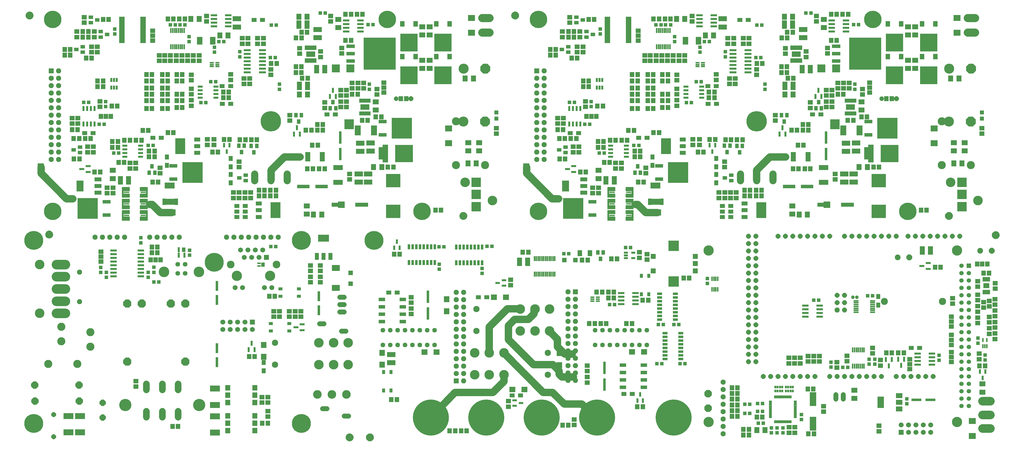
<source format=gts>
G75*
G70*
%OFA0B0*%
%FSLAX24Y24*%
%IPPOS*%
%LPD*%
%AMOC8*
5,1,8,0,0,1.08239X$1,22.5*
%
%ADD10R,0.1275X0.1700*%
%ADD11C,0.1000*%
%ADD12R,0.0671X0.0552*%
%ADD13R,0.0513X0.0474*%
%ADD14R,0.0592X0.0671*%
%ADD15R,0.0671X0.0592*%
%ADD16R,0.1143X0.0710*%
%ADD17R,0.0760X0.0270*%
%ADD18R,0.0474X0.0513*%
%ADD19R,0.0218X0.0710*%
%ADD20R,0.0710X0.0790*%
%ADD21C,0.0973*%
%ADD22C,0.2759*%
%ADD23R,0.0552X0.0671*%
%ADD24R,0.0830X0.0530*%
%ADD25R,0.1375X0.2125*%
%ADD26R,0.0690X0.0316*%
%ADD27R,0.0474X0.0631*%
%ADD28R,0.0631X0.0474*%
%ADD29R,0.0300X0.0680*%
%ADD30R,0.0300X0.0600*%
%ADD31R,0.1060X0.0450*%
%ADD32R,0.2770X0.2850*%
%ADD33R,0.0316X0.0690*%
%ADD34R,0.0789X0.0710*%
%ADD35R,0.0860X0.0300*%
%ADD36R,0.0674X0.0674*%
%ADD37OC8,0.0674*%
%ADD38R,0.2444X0.2365*%
%ADD39R,0.0749X0.0592*%
%ADD40R,0.0789X0.1340*%
%ADD41R,0.0680X0.1280*%
%ADD42R,0.1280X0.0680*%
%ADD43R,0.0260X0.0580*%
%ADD44R,0.1240X0.0770*%
%ADD45R,0.0710X0.1143*%
%ADD46C,0.1360*%
%ADD47OC8,0.1360*%
%ADD48R,0.2365X0.2444*%
%ADD49R,0.0592X0.0749*%
%ADD50R,0.0540X0.0220*%
%ADD51R,0.0300X0.0580*%
%ADD52R,0.0710X0.0789*%
%ADD53R,0.0946X0.0316*%
%ADD54C,0.1100*%
%ADD55R,0.1680X0.0510*%
%ADD56OC8,0.0640*%
%ADD57OC8,0.0600*%
%ADD58R,0.0946X0.0789*%
%ADD59R,0.1939X0.1841*%
%ADD60R,0.1720X0.0550*%
%ADD61R,0.1340X0.0789*%
%ADD62OC8,0.0973*%
%ADD63C,0.0907*%
%ADD64OC8,0.0840*%
%ADD65C,0.1653*%
%ADD66R,0.0678X0.0781*%
%ADD67C,0.1100*%
%ADD68R,0.1064X0.0789*%
%ADD69C,0.0674*%
%ADD70R,0.0631X0.0631*%
%ADD71C,0.0674*%
%ADD72R,0.0560X0.0960*%
%ADD73R,0.1504X0.0953*%
%ADD74C,0.0640*%
%ADD75C,0.1436*%
%ADD76C,0.1039*%
%ADD77C,0.1386*%
%ADD78R,0.0380X0.1360*%
%ADD79R,0.0480X0.0200*%
%ADD80R,0.0450X0.0600*%
%ADD81R,0.0300X0.0700*%
%ADD82OC8,0.0680*%
%ADD83R,0.0867X0.0474*%
%ADD84R,0.0220X0.0710*%
%ADD85R,0.0600X0.0300*%
%ADD86R,0.0867X0.0671*%
%ADD87R,0.0867X0.1576*%
%ADD88C,0.0477*%
%ADD89R,0.0660X0.0220*%
%ADD90R,0.0867X0.1852*%
%ADD91R,0.0680X0.0300*%
%ADD92R,0.0790X0.0710*%
%ADD93C,0.0946*%
%ADD94OC8,0.0946*%
%ADD95OC8,0.0634*%
%ADD96R,0.0320X0.0690*%
%ADD97R,0.0749X0.0789*%
%ADD98C,0.1299*%
%ADD99C,0.0848*%
%ADD100C,0.4885*%
%ADD101C,0.1172*%
%ADD102R,0.0690X0.0320*%
%ADD103R,0.0430X0.0580*%
%ADD104C,0.0595*%
%ADD105R,0.0595X0.0595*%
%ADD106R,0.0580X0.0300*%
%ADD107R,0.0631X0.0789*%
%ADD108R,0.0789X0.0749*%
%ADD109C,0.0634*%
%ADD110C,0.0103*%
%ADD111R,0.0277X0.0336*%
%ADD112R,0.0220X0.0600*%
%ADD113C,0.0050*%
%ADD114C,0.0780*%
%ADD115OC8,0.0780*%
%ADD116C,0.1299*%
%ADD117R,0.0220X0.0660*%
%ADD118R,0.1360X0.0380*%
%ADD119R,0.0380X0.1680*%
%ADD120OC8,0.0996*%
%ADD121R,0.0190X0.0630*%
%ADD122R,0.1200X0.0730*%
%ADD123R,0.1393X0.1393*%
%ADD124R,0.0552X0.0552*%
%ADD125R,0.0250X0.0640*%
%ADD126R,0.0820X0.0700*%
%ADD127R,0.0220X0.0540*%
%ADD128OC8,0.1100*%
%ADD129R,0.0580X0.0430*%
%ADD130C,0.0680*%
%ADD131R,0.0730X0.0250*%
%ADD132R,0.1140X0.0480*%
%ADD133R,0.4320X0.4370*%
%ADD134R,0.1102X0.1083*%
%ADD135C,0.1169*%
%ADD136R,0.0960X0.0560*%
%ADD137R,0.0953X0.1504*%
%ADD138R,0.1299X0.1299*%
%ADD139R,0.0516X0.0516*%
%ADD140C,0.2365*%
%ADD141C,0.2562*%
D10*
X052394Y042428D03*
X118142Y042428D03*
D11*
X106879Y041953D02*
X104754Y041953D01*
X102954Y040153D01*
X102954Y038828D01*
X089504Y034403D02*
X087954Y034403D01*
X086854Y035503D01*
X086529Y035503D01*
X076129Y036278D02*
X075254Y036278D01*
X071804Y039728D01*
X071804Y040553D01*
X041131Y041953D02*
X039006Y041953D01*
X037206Y040153D01*
X037206Y038828D01*
X023756Y034403D02*
X022206Y034403D01*
X021106Y035503D01*
X020781Y035503D01*
X010381Y036278D02*
X009506Y036278D01*
X006056Y039728D01*
X006056Y040553D01*
X066737Y018903D02*
X066737Y015453D01*
X066687Y015403D01*
X068712Y015353D02*
X068787Y015353D01*
X068812Y015303D02*
X074043Y010053D01*
X075318Y010053D01*
X076893Y008478D01*
X079268Y008478D01*
X080818Y006928D01*
X080993Y006928D01*
X078137Y012128D02*
X076587Y012128D01*
X076212Y012503D01*
X076212Y012953D01*
X075362Y013803D01*
X072737Y013803D01*
X069337Y017203D01*
X069337Y019078D01*
X070187Y019928D01*
X072037Y019928D01*
X072812Y020703D01*
X072812Y021453D01*
X070937Y021378D02*
X069212Y021378D01*
X066737Y018903D01*
X074912Y018328D02*
X075987Y017253D01*
X075987Y016228D01*
X076962Y015253D01*
X077962Y015253D01*
X068737Y012503D02*
X068737Y011528D01*
X067237Y010028D01*
X062112Y010028D01*
X059193Y007053D01*
D12*
X069822Y009653D03*
X070964Y009653D03*
X084967Y009840D03*
X086109Y009840D03*
X066408Y022953D03*
X065266Y022953D03*
X054283Y023578D03*
X053141Y023578D03*
X033702Y033803D03*
X033702Y034553D03*
X033702Y035303D03*
X032560Y035303D03*
X032560Y034553D03*
X032560Y033803D03*
X022352Y044528D03*
X021210Y044528D03*
X013102Y045178D03*
X011960Y045178D03*
X030610Y049153D03*
X031752Y049153D03*
X031727Y051528D03*
X030585Y051528D03*
X044760Y047703D03*
X045902Y047703D03*
X036052Y060503D03*
X034910Y060503D03*
X077708Y045178D03*
X078850Y045178D03*
X086958Y044528D03*
X088100Y044528D03*
X096358Y049153D03*
X097500Y049153D03*
X097475Y051528D03*
X096333Y051528D03*
X110508Y047703D03*
X111650Y047703D03*
X101800Y060503D03*
X100658Y060503D03*
X099450Y035303D03*
X099450Y034553D03*
X099450Y033803D03*
X098308Y033803D03*
X098308Y034553D03*
X098308Y035303D03*
X123871Y016078D03*
X125013Y016078D03*
D13*
X115276Y013453D03*
X114607Y013453D03*
X103726Y008528D03*
X103057Y008528D03*
X102001Y008453D03*
X101332Y008453D03*
X101332Y007203D03*
X102001Y007203D03*
X103057Y007478D03*
X103726Y007478D03*
X103826Y005878D03*
X103157Y005878D03*
X093246Y013953D03*
X092577Y013953D03*
X090096Y013953D03*
X089427Y013953D03*
X089652Y019228D03*
X090321Y019228D03*
X091727Y019228D03*
X092396Y019228D03*
X083721Y021928D03*
X083052Y021928D03*
X085202Y029678D03*
X085871Y029678D03*
X067121Y029853D03*
X066452Y029853D03*
X060621Y029778D03*
X059952Y029778D03*
X081645Y042478D03*
X082314Y042478D03*
X086320Y043503D03*
X086989Y043503D03*
X080339Y046378D03*
X079670Y046378D03*
X078264Y049328D03*
X077595Y049328D03*
X093445Y049303D03*
X094114Y049303D03*
X094770Y052153D03*
X095439Y052153D03*
X102845Y055403D03*
X103514Y055403D03*
X096539Y057578D03*
X095870Y057578D03*
X091289Y059853D03*
X090620Y059853D03*
X089989Y059853D03*
X089320Y059853D03*
X104079Y051788D03*
X104079Y051119D03*
X116070Y059878D03*
X116739Y059878D03*
X050991Y059878D03*
X050322Y059878D03*
X037766Y055403D03*
X037097Y055403D03*
X030791Y057578D03*
X030122Y057578D03*
X025541Y059853D03*
X024872Y059853D03*
X024241Y059853D03*
X023572Y059853D03*
X029022Y052153D03*
X029691Y052153D03*
X028366Y049303D03*
X027697Y049303D03*
X038331Y051119D03*
X038331Y051788D03*
X021241Y043503D03*
X020572Y043503D03*
X016566Y042478D03*
X015897Y042478D03*
X014591Y046378D03*
X013922Y046378D03*
X012516Y049328D03*
X011847Y049328D03*
X019562Y030988D03*
X019562Y030319D03*
X110682Y022528D03*
X111351Y022528D03*
X117957Y023153D03*
X118626Y023153D03*
D14*
X127093Y027003D03*
X127841Y027003D03*
X132817Y027453D03*
X133487Y027453D03*
X134156Y027453D03*
X134411Y026203D03*
X133663Y026203D03*
X125953Y034728D03*
X125205Y034728D03*
X119503Y040578D03*
X118755Y040578D03*
X110203Y040353D03*
X109455Y040353D03*
X108603Y040353D03*
X107855Y040353D03*
X108530Y043528D03*
X109278Y043528D03*
X109205Y045578D03*
X109953Y045578D03*
X109953Y046353D03*
X109205Y046353D03*
X108403Y045578D03*
X107655Y045578D03*
X101028Y044278D03*
X100280Y044278D03*
X099478Y044278D03*
X098730Y044278D03*
X097328Y044303D03*
X096580Y044303D03*
X095753Y042603D03*
X095005Y042603D03*
X089728Y045228D03*
X088980Y045228D03*
X086332Y045547D03*
X085584Y045547D03*
X085403Y044203D03*
X084655Y044203D03*
X083849Y044205D03*
X083101Y044205D03*
X082203Y044028D03*
X081455Y044028D03*
X081455Y043253D03*
X082203Y043253D03*
X078528Y044428D03*
X077780Y044428D03*
X076978Y044428D03*
X076230Y044428D03*
X076005Y045653D03*
X076753Y045653D03*
X079910Y047453D03*
X080579Y047453D03*
X081248Y047453D03*
X081380Y048853D03*
X082128Y048853D03*
X086080Y048503D03*
X086828Y048503D03*
X088205Y048503D03*
X088953Y048503D03*
X090180Y048653D03*
X090928Y048653D03*
X090928Y049578D03*
X090180Y049578D03*
X090180Y050428D03*
X090928Y050428D03*
X088953Y050428D03*
X088205Y050428D03*
X088205Y049578D03*
X088953Y049578D03*
X086828Y049578D03*
X086080Y049578D03*
X086080Y050428D03*
X086828Y050428D03*
X086828Y051273D03*
X086080Y051273D03*
X086080Y052253D03*
X086828Y052253D03*
X088205Y052253D03*
X088953Y052253D03*
X088953Y051273D03*
X088205Y051273D03*
X090180Y052253D03*
X090928Y052253D03*
X090928Y053103D03*
X090180Y053103D03*
X088953Y053103D03*
X088205Y053103D03*
X086828Y053103D03*
X086080Y053103D03*
X080203Y052253D03*
X079455Y052253D03*
X079455Y051478D03*
X080203Y051478D03*
X078653Y055328D03*
X077905Y055328D03*
X075753Y055728D03*
X075005Y055728D03*
X075005Y056503D03*
X075753Y056503D03*
X077455Y058178D03*
X078203Y058178D03*
X078203Y058953D03*
X077455Y058953D03*
X080205Y060578D03*
X080953Y060578D03*
X088980Y060628D03*
X089728Y060628D03*
X090530Y060628D03*
X091278Y060628D03*
X102955Y054603D03*
X103703Y054603D03*
X106305Y054178D03*
X107053Y054178D03*
X107053Y053378D03*
X106305Y053378D03*
X107155Y052603D03*
X107903Y052603D03*
X113930Y050428D03*
X114678Y050428D03*
X120505Y049853D03*
X121253Y049853D03*
X117878Y047378D03*
X117130Y047378D03*
X116028Y046903D03*
X115280Y046903D03*
X097228Y049978D03*
X096480Y049978D03*
X096480Y050753D03*
X097228Y050753D03*
X113030Y057728D03*
X113778Y057728D03*
X107828Y058853D03*
X107080Y058853D03*
X107078Y058078D03*
X106330Y058078D03*
X113030Y061278D03*
X113778Y061278D03*
X114580Y061278D03*
X115328Y061278D03*
X087178Y042729D03*
X086430Y042729D03*
X086430Y041960D03*
X087178Y041960D03*
X083053Y041203D03*
X082305Y041203D03*
X079803Y039903D03*
X079055Y039903D03*
X077003Y041678D03*
X076255Y041678D03*
X086905Y038528D03*
X087653Y038528D03*
X101305Y037453D03*
X102053Y037453D03*
X102053Y036678D03*
X101305Y036678D03*
X102855Y036678D03*
X103603Y036678D03*
X103603Y037453D03*
X102855Y037453D03*
X084036Y028128D03*
X083288Y028128D03*
X080061Y027978D03*
X079313Y027978D03*
X072036Y029053D03*
X071288Y029053D03*
X081288Y023628D03*
X082036Y023628D03*
X082863Y023628D03*
X083611Y023628D03*
X083611Y022853D03*
X082863Y022853D03*
X087513Y022553D03*
X088261Y022553D03*
X093063Y025528D03*
X093811Y025528D03*
X086061Y019378D03*
X085313Y019378D03*
X082586Y019378D03*
X081838Y019378D03*
X081036Y019378D03*
X080288Y019378D03*
X099593Y010678D03*
X100341Y010678D03*
X100341Y009903D03*
X099593Y009903D03*
X099593Y009128D03*
X100341Y009128D03*
X100341Y008353D03*
X099593Y008353D03*
X099593Y007578D03*
X100341Y007578D03*
X100341Y006803D03*
X099593Y006803D03*
X101143Y005053D03*
X101891Y005053D03*
X101891Y004278D03*
X101143Y004278D03*
X102968Y006703D03*
X103716Y006703D03*
X109943Y004453D03*
X110691Y004453D03*
X110616Y010503D03*
X109868Y010503D03*
X120493Y015403D03*
X121241Y015403D03*
X122118Y015403D03*
X122866Y015403D03*
X133118Y013628D03*
X133866Y013628D03*
X087536Y008103D03*
X086788Y008103D03*
X077436Y005610D03*
X076688Y005610D03*
X063686Y004828D03*
X062938Y004828D03*
X062136Y004828D03*
X061388Y004828D03*
X054236Y009078D03*
X053488Y009078D03*
X036761Y005878D03*
X036013Y005878D03*
X024611Y005428D03*
X023863Y005428D03*
X034238Y014903D03*
X034986Y014903D03*
X036963Y023078D03*
X037711Y023078D03*
X022231Y028003D03*
X021562Y028003D03*
X020892Y028003D03*
X021063Y028978D03*
X021811Y028978D03*
X021811Y029753D03*
X021063Y029753D03*
X035557Y036678D03*
X036305Y036678D03*
X036305Y037453D03*
X035557Y037453D03*
X037107Y037453D03*
X037855Y037453D03*
X037855Y036678D03*
X037107Y036678D03*
X042107Y040353D03*
X042855Y040353D03*
X043707Y040353D03*
X044455Y040353D03*
X043530Y043528D03*
X042782Y043528D03*
X042655Y045578D03*
X041907Y045578D03*
X043457Y045578D03*
X044205Y045578D03*
X044205Y046353D03*
X043457Y046353D03*
X049532Y046903D03*
X050280Y046903D03*
X051382Y047378D03*
X052130Y047378D03*
X054757Y049853D03*
X055505Y049853D03*
X048930Y050428D03*
X048182Y050428D03*
X042155Y052603D03*
X041407Y052603D03*
X041305Y053378D03*
X040557Y053378D03*
X040557Y054178D03*
X041305Y054178D03*
X037955Y054603D03*
X037207Y054603D03*
X040582Y058078D03*
X041330Y058078D03*
X041332Y058853D03*
X042080Y058853D03*
X047282Y057728D03*
X048030Y057728D03*
X048030Y061278D03*
X047282Y061278D03*
X048832Y061278D03*
X049580Y061278D03*
X031480Y050753D03*
X030732Y050753D03*
X030732Y049978D03*
X031480Y049978D03*
X025180Y049578D03*
X024432Y049578D03*
X024432Y050428D03*
X025180Y050428D03*
X023205Y050428D03*
X022457Y050428D03*
X022457Y049578D03*
X023205Y049578D03*
X023205Y048503D03*
X022457Y048503D03*
X021080Y048503D03*
X020332Y048503D03*
X020332Y049578D03*
X021080Y049578D03*
X021080Y050428D03*
X020332Y050428D03*
X020332Y051273D03*
X021080Y051273D03*
X021080Y052253D03*
X020332Y052253D03*
X022457Y052253D03*
X023205Y052253D03*
X023205Y051273D03*
X022457Y051273D03*
X024432Y052253D03*
X025180Y052253D03*
X025180Y053103D03*
X024432Y053103D03*
X023205Y053103D03*
X022457Y053103D03*
X021080Y053103D03*
X020332Y053103D03*
X014455Y052253D03*
X013707Y052253D03*
X013707Y051478D03*
X014455Y051478D03*
X015632Y048853D03*
X016380Y048853D03*
X015500Y047453D03*
X014831Y047453D03*
X014162Y047453D03*
X011005Y045653D03*
X010257Y045653D03*
X010482Y044428D03*
X011230Y044428D03*
X012032Y044428D03*
X012780Y044428D03*
X015707Y044028D03*
X016455Y044028D03*
X016455Y043253D03*
X015707Y043253D03*
X017353Y044205D03*
X018101Y044205D03*
X018907Y044203D03*
X019655Y044203D03*
X019836Y045547D03*
X020584Y045547D03*
X023232Y045228D03*
X023980Y045228D03*
X021430Y042729D03*
X020682Y042729D03*
X020682Y041960D03*
X021430Y041960D03*
X017305Y041203D03*
X016557Y041203D03*
X014055Y039903D03*
X013307Y039903D03*
X011255Y041678D03*
X010507Y041678D03*
X021157Y038528D03*
X021905Y038528D03*
X029257Y042603D03*
X030005Y042603D03*
X030832Y044303D03*
X031580Y044303D03*
X032982Y044278D03*
X033730Y044278D03*
X034532Y044278D03*
X035280Y044278D03*
X025180Y048653D03*
X024432Y048653D03*
X012905Y055328D03*
X012157Y055328D03*
X010005Y055728D03*
X009257Y055728D03*
X009257Y056503D03*
X010005Y056503D03*
X011707Y058178D03*
X012455Y058178D03*
X012455Y058953D03*
X011707Y058953D03*
X014457Y060578D03*
X015205Y060578D03*
X023232Y060628D03*
X023980Y060628D03*
X024782Y060628D03*
X025530Y060628D03*
X053007Y040578D03*
X053755Y040578D03*
X059457Y034728D03*
X060205Y034728D03*
X054611Y028778D03*
X053863Y028778D03*
D15*
X043887Y027252D03*
X043887Y026504D03*
X043887Y025702D03*
X042537Y025702D03*
X042537Y026504D03*
X042537Y027252D03*
X042537Y024954D03*
X043887Y024954D03*
X041237Y021052D03*
X041237Y020304D03*
X040462Y020304D03*
X040462Y021052D03*
X039687Y021052D03*
X039687Y020304D03*
X038337Y020304D03*
X038337Y021052D03*
X037562Y021052D03*
X037562Y020304D03*
X056187Y020654D03*
X056187Y021402D03*
X056187Y022204D03*
X056187Y022952D03*
X069637Y024554D03*
X069637Y025302D03*
X087087Y028279D03*
X087087Y029027D03*
X088112Y028777D03*
X088112Y028029D03*
X097854Y036379D03*
X097854Y037127D03*
X098629Y037127D03*
X098629Y036379D03*
X099404Y036379D03*
X099404Y037127D03*
X100179Y037127D03*
X100179Y036379D03*
X098604Y040554D03*
X098604Y041302D03*
X095204Y043579D03*
X094304Y043579D03*
X094304Y044327D03*
X095204Y044327D03*
X092154Y048884D03*
X092154Y049632D03*
X092154Y050429D03*
X092154Y051177D03*
X092154Y052329D03*
X092154Y053077D03*
X092429Y054954D03*
X092429Y055702D03*
X091654Y055702D03*
X091654Y054954D03*
X090879Y054954D03*
X090879Y055702D03*
X090104Y055702D03*
X090104Y054954D03*
X089329Y054954D03*
X089329Y055702D03*
X088554Y055702D03*
X088554Y054954D03*
X087804Y054954D03*
X087804Y055702D03*
X086904Y057709D03*
X086904Y058378D03*
X086904Y059048D03*
X093204Y055702D03*
X093204Y054954D03*
X097479Y053127D03*
X099279Y052577D03*
X099279Y051829D03*
X100054Y051829D03*
X100054Y052577D03*
X097479Y052379D03*
X102929Y053054D03*
X102929Y053802D03*
X106829Y055929D03*
X106829Y056677D03*
X109654Y056227D03*
X109654Y055479D03*
X112529Y055954D03*
X112529Y056702D03*
X111029Y060304D03*
X111029Y061052D03*
X101904Y058027D03*
X101904Y057279D03*
X101129Y057279D03*
X101129Y058027D03*
X099829Y058027D03*
X099829Y057279D03*
X099054Y057279D03*
X099054Y058027D03*
X094204Y060304D03*
X094204Y061052D03*
X079004Y058927D03*
X079004Y058179D03*
X078654Y056877D03*
X079429Y056877D03*
X079429Y056129D03*
X078654Y056129D03*
X076654Y058179D03*
X076654Y058927D03*
X077654Y060129D03*
X077654Y060877D03*
X079779Y049477D03*
X079779Y048729D03*
X076779Y047202D03*
X076779Y046454D03*
X076004Y046454D03*
X076004Y047202D03*
X078104Y043327D03*
X078104Y042579D03*
X078879Y042579D03*
X078879Y043327D03*
X083854Y041127D03*
X083854Y040379D03*
X084629Y040379D03*
X084629Y041127D03*
X087929Y040477D03*
X087929Y039729D03*
X081554Y037777D03*
X081554Y037029D03*
X080754Y037029D03*
X080754Y037777D03*
X067706Y045104D03*
X067706Y045852D03*
X052481Y050659D03*
X052481Y051328D03*
X052481Y051998D03*
X051531Y051152D03*
X051531Y050404D03*
X049731Y051229D03*
X049731Y051977D03*
X048956Y051977D03*
X048956Y051229D03*
X048181Y051229D03*
X048181Y051977D03*
X047406Y051002D03*
X047406Y050254D03*
X046631Y050254D03*
X046631Y051002D03*
X046631Y049452D03*
X046631Y048704D03*
X047406Y048704D03*
X047406Y049452D03*
X044456Y049327D03*
X044456Y048579D03*
X039731Y047602D03*
X039731Y046854D03*
X029456Y044327D03*
X028556Y044327D03*
X028556Y043579D03*
X029456Y043579D03*
X032856Y041302D03*
X032856Y040554D03*
X032881Y037127D03*
X032881Y036379D03*
X032106Y036379D03*
X032106Y037127D03*
X033656Y037127D03*
X033656Y036379D03*
X034431Y036379D03*
X034431Y037127D03*
X022181Y039729D03*
X022181Y040477D03*
X018881Y040379D03*
X018881Y041127D03*
X018106Y041127D03*
X018106Y040379D03*
X015806Y037777D03*
X015806Y037029D03*
X015006Y037029D03*
X015006Y037777D03*
X013131Y042579D03*
X013131Y043327D03*
X012356Y043327D03*
X012356Y042579D03*
X011031Y046454D03*
X011031Y047202D03*
X010256Y047202D03*
X010256Y046454D03*
X014031Y048729D03*
X014031Y049477D03*
X022056Y054954D03*
X022056Y055702D03*
X022806Y055702D03*
X022806Y054954D03*
X023581Y054954D03*
X023581Y055702D03*
X024356Y055702D03*
X024356Y054954D03*
X025131Y054954D03*
X025131Y055702D03*
X025906Y055702D03*
X025906Y054954D03*
X026681Y054954D03*
X026681Y055702D03*
X027456Y055702D03*
X027456Y054954D03*
X026406Y053077D03*
X026406Y052329D03*
X026406Y051177D03*
X026406Y050429D03*
X026406Y049632D03*
X026406Y048884D03*
X031731Y052379D03*
X033531Y052577D03*
X033531Y051829D03*
X034306Y051829D03*
X034306Y052577D03*
X031731Y053127D03*
X037181Y053054D03*
X037181Y053802D03*
X041081Y055929D03*
X041081Y056677D03*
X043906Y056227D03*
X043906Y055479D03*
X046781Y055954D03*
X046781Y056702D03*
X045281Y060304D03*
X045281Y061052D03*
X036156Y058027D03*
X036156Y057279D03*
X035381Y057279D03*
X035381Y058027D03*
X034081Y058027D03*
X034081Y057279D03*
X033306Y057279D03*
X033306Y058027D03*
X028456Y060304D03*
X028456Y061052D03*
X021156Y059048D03*
X021156Y058378D03*
X021156Y057709D03*
X013681Y056877D03*
X012906Y056877D03*
X012906Y056129D03*
X013681Y056129D03*
X013256Y058179D03*
X013256Y058927D03*
X011906Y060129D03*
X011906Y060877D03*
X010906Y058927D03*
X010906Y058179D03*
X047831Y039652D03*
X047831Y038904D03*
X014187Y029098D03*
X014187Y028428D03*
X014187Y027759D03*
X018912Y011577D03*
X018912Y010829D03*
X035987Y009402D03*
X036762Y009402D03*
X036762Y008654D03*
X035987Y008654D03*
X036762Y007502D03*
X036762Y006754D03*
X069343Y008110D03*
X069343Y008858D03*
X078243Y006377D03*
X078243Y005629D03*
X080012Y011379D03*
X080012Y012127D03*
X080012Y012929D03*
X080012Y013677D03*
X107292Y013979D03*
X107292Y014727D03*
X108067Y014727D03*
X108067Y013979D03*
X108842Y013979D03*
X108842Y014727D03*
X109892Y014977D03*
X109892Y014229D03*
X110667Y014229D03*
X110667Y014977D03*
X111442Y014977D03*
X111442Y014229D03*
X113792Y014152D03*
X113792Y013404D03*
X115167Y014254D03*
X115167Y015002D03*
X118642Y015329D03*
X118642Y016077D03*
X119717Y014427D03*
X119717Y013679D03*
X123667Y013878D03*
X123667Y013209D03*
X123667Y014548D03*
X129317Y014828D03*
X129317Y014159D03*
X129317Y015498D03*
X129317Y016484D03*
X129317Y017153D03*
X129317Y017823D03*
X129317Y018959D03*
X129317Y019628D03*
X129317Y020298D03*
X129467Y022054D03*
X129467Y022802D03*
X132887Y022529D03*
X132887Y023277D03*
X135212Y022677D03*
X135212Y021929D03*
X134437Y021704D03*
X134437Y022452D03*
X133662Y022277D03*
X133662Y021529D03*
X132887Y021727D03*
X132887Y020979D03*
X132882Y020177D03*
X132882Y019429D03*
X134437Y019529D03*
X134437Y020277D03*
X135212Y020379D03*
X135212Y021127D03*
X135212Y019577D03*
X135212Y018829D03*
X134437Y018727D03*
X134437Y017979D03*
X135212Y018027D03*
X135212Y017279D03*
X133087Y015297D03*
X133087Y014549D03*
X135237Y024104D03*
X135237Y024852D03*
X132887Y025102D03*
X132887Y024354D03*
X113579Y038904D03*
X113579Y039652D03*
X105479Y046854D03*
X105479Y047602D03*
X110204Y048579D03*
X112379Y048704D03*
X112379Y049452D03*
X113154Y049452D03*
X113154Y048704D03*
X113154Y050254D03*
X113154Y051002D03*
X112379Y051002D03*
X112379Y050254D03*
X110204Y049327D03*
X113929Y051229D03*
X113929Y051977D03*
X114704Y051977D03*
X114704Y051229D03*
X115479Y051229D03*
X115479Y051977D03*
X118229Y051998D03*
X118229Y051328D03*
X118229Y050659D03*
X117279Y050404D03*
X117279Y051152D03*
X133454Y045852D03*
X133454Y045104D03*
X112012Y008177D03*
X112012Y007429D03*
X108117Y005327D03*
X108117Y004579D03*
X107342Y004579D03*
X107342Y005327D03*
X119512Y005532D03*
X119512Y004784D03*
D16*
X053487Y014077D03*
X053487Y015180D03*
X050331Y038527D03*
X049056Y038527D03*
X049056Y039630D03*
X050331Y039630D03*
X050656Y042727D03*
X049281Y042702D03*
X049281Y043805D03*
X050656Y043830D03*
X043506Y058102D03*
X043506Y059205D03*
X032581Y059552D03*
X032581Y060655D03*
X098329Y060655D03*
X098329Y059552D03*
X109254Y059205D03*
X109254Y058102D03*
X115029Y043805D03*
X116404Y043830D03*
X116404Y042727D03*
X115029Y042702D03*
X114804Y039630D03*
X116079Y039630D03*
X116079Y038527D03*
X114804Y038527D03*
D17*
X095059Y057298D03*
X095059Y057548D03*
X095059Y057808D03*
X095059Y058058D03*
X093299Y058058D03*
X093299Y057808D03*
X093299Y057548D03*
X093299Y057298D03*
X029311Y057298D03*
X029311Y057548D03*
X029311Y057808D03*
X029311Y058058D03*
X027551Y058058D03*
X027551Y057808D03*
X027551Y057548D03*
X027551Y057298D03*
D18*
X026106Y057569D03*
X026106Y058238D03*
X029531Y056813D03*
X029531Y056144D03*
X032956Y056188D03*
X032956Y055519D03*
X037222Y059803D03*
X037891Y059803D03*
X043872Y061428D03*
X044541Y061428D03*
X050506Y051788D03*
X050506Y051119D03*
X080554Y049438D03*
X080554Y048769D03*
X095279Y056144D03*
X095279Y056813D03*
X091854Y057569D03*
X091854Y058238D03*
X098704Y056188D03*
X098704Y055519D03*
X102970Y059803D03*
X103639Y059803D03*
X109620Y061428D03*
X110289Y061428D03*
X116254Y051788D03*
X116254Y051119D03*
X081779Y058594D03*
X081779Y059263D03*
X016031Y059263D03*
X016031Y058594D03*
X014806Y049438D03*
X014806Y048769D03*
X037177Y029803D03*
X037846Y029803D03*
X026162Y029313D03*
X026162Y028644D03*
X021337Y026988D03*
X021337Y026319D03*
X020562Y026313D03*
X020562Y025644D03*
X021352Y025003D03*
X022021Y025003D03*
X014912Y025644D03*
X014912Y026313D03*
X014137Y026294D03*
X014137Y026963D03*
X059987Y026744D03*
X059987Y027413D03*
X065787Y026838D03*
X065787Y026169D03*
X076852Y028828D03*
X077521Y028828D03*
X096287Y025463D03*
X096287Y024794D03*
X118167Y014538D03*
X118167Y013869D03*
X118942Y013869D03*
X118942Y014538D03*
X113017Y014138D03*
X113017Y013469D03*
X123262Y009163D03*
X123262Y008494D03*
X127642Y014394D03*
X127642Y015063D03*
X132912Y016719D03*
X132912Y017388D03*
X133862Y015108D03*
X133862Y014439D03*
X109017Y007038D03*
X109017Y006369D03*
X106492Y005238D03*
X106492Y004569D03*
X105717Y004569D03*
X105717Y005238D03*
X104942Y005238D03*
X104942Y004569D03*
D19*
X091190Y056876D03*
X090934Y056876D03*
X090678Y056876D03*
X090422Y056876D03*
X090166Y056876D03*
X089910Y056876D03*
X089655Y056876D03*
X089399Y056876D03*
X089399Y059081D03*
X089655Y059081D03*
X089910Y059081D03*
X090166Y059081D03*
X090422Y059081D03*
X090678Y059081D03*
X090934Y059081D03*
X091190Y059081D03*
X025442Y059081D03*
X025186Y059081D03*
X024930Y059081D03*
X024674Y059081D03*
X024418Y059081D03*
X024162Y059081D03*
X023907Y059081D03*
X023651Y059081D03*
X023651Y056876D03*
X023907Y056876D03*
X024162Y056876D03*
X024418Y056876D03*
X024674Y056876D03*
X024930Y056876D03*
X025186Y056876D03*
X025442Y056876D03*
D20*
X026346Y060628D03*
X027466Y060628D03*
X063471Y052578D03*
X064591Y052578D03*
X092094Y060628D03*
X093214Y060628D03*
X129219Y052578D03*
X130339Y052578D03*
X117939Y040578D03*
X116819Y040578D03*
X109814Y034128D03*
X108694Y034128D03*
X052191Y040578D03*
X051071Y040578D03*
X044066Y034128D03*
X042946Y034128D03*
D21*
X039373Y038737D02*
X039373Y039622D01*
X037173Y039622D02*
X037173Y038737D01*
X034973Y038737D02*
X034973Y039622D01*
X100722Y039622D02*
X100722Y038737D01*
X102922Y038737D02*
X102922Y039622D01*
X105122Y039622D02*
X105122Y038737D01*
D22*
X102922Y046779D03*
X037173Y046779D03*
D23*
X031731Y041749D03*
X031731Y040607D03*
X031731Y039574D03*
X031731Y038432D03*
X023106Y040807D03*
X023106Y041949D03*
X036212Y014099D03*
X036212Y012957D03*
X097479Y038432D03*
X097479Y039574D03*
X097479Y040607D03*
X097479Y041749D03*
X088854Y041949D03*
X088854Y040807D03*
X119392Y023024D03*
X119392Y021882D03*
D24*
X101294Y033818D03*
X101294Y034728D03*
X101294Y035638D03*
X092939Y042493D03*
X092939Y043403D03*
X092939Y044313D03*
X035546Y035638D03*
X035546Y034728D03*
X035546Y033818D03*
X027191Y042493D03*
X027191Y043403D03*
X027191Y044313D03*
D25*
X024921Y043403D03*
X037816Y034728D03*
X090669Y043403D03*
X103564Y034728D03*
D26*
X085292Y041955D03*
X085292Y042455D03*
X085292Y042955D03*
X085292Y043455D03*
X083166Y043455D03*
X083166Y042955D03*
X083166Y042455D03*
X083166Y041955D03*
X093366Y049980D03*
X093366Y050480D03*
X093366Y050980D03*
X093366Y051480D03*
X095492Y051480D03*
X095492Y050980D03*
X095492Y050480D03*
X095492Y049980D03*
X029744Y049980D03*
X029744Y050480D03*
X029744Y050980D03*
X029744Y051480D03*
X027618Y051480D03*
X027618Y050980D03*
X027618Y050480D03*
X027618Y049980D03*
X019544Y043455D03*
X019544Y042955D03*
X019544Y042455D03*
X019544Y041955D03*
X017418Y041955D03*
X017418Y042455D03*
X017418Y042955D03*
X017418Y043455D03*
D27*
X021081Y040661D03*
X020707Y039795D03*
X021455Y039795D03*
X032832Y043461D03*
X033580Y043461D03*
X034507Y043436D03*
X035255Y043436D03*
X034881Y042570D03*
X033206Y042595D03*
X040931Y046745D03*
X040557Y047611D03*
X041305Y047611D03*
X045207Y048520D03*
X045955Y048520D03*
X045581Y049386D03*
X086455Y039795D03*
X087203Y039795D03*
X086829Y040661D03*
X098580Y043461D03*
X099328Y043461D03*
X100255Y043436D03*
X101003Y043436D03*
X100629Y042570D03*
X098954Y042595D03*
X106679Y046745D03*
X106305Y047611D03*
X107053Y047611D03*
X110955Y048520D03*
X111703Y048520D03*
X111329Y049386D03*
X082186Y029011D03*
X081438Y029011D03*
X081812Y028145D03*
D28*
X098646Y039103D03*
X099512Y038729D03*
X099512Y039477D03*
X077087Y042529D03*
X077087Y043277D03*
X076221Y042903D03*
X077437Y056129D03*
X076571Y056503D03*
X077437Y056877D03*
X079896Y058179D03*
X079896Y058927D03*
X080762Y058553D03*
X079412Y060503D03*
X078546Y060129D03*
X078546Y060877D03*
X033764Y039477D03*
X033764Y038729D03*
X032898Y039103D03*
X011339Y042529D03*
X011339Y043277D03*
X010473Y042903D03*
X011689Y056129D03*
X010823Y056503D03*
X011689Y056877D03*
X014148Y058179D03*
X014148Y058927D03*
X015014Y058553D03*
X013664Y060503D03*
X012798Y060129D03*
X012798Y060877D03*
D29*
X045156Y050128D03*
X045956Y050128D03*
X045556Y050978D03*
X040706Y045903D03*
X040306Y045053D03*
X041106Y045053D03*
X034587Y016703D03*
X034987Y015853D03*
X034187Y015853D03*
X106054Y045053D03*
X106854Y045053D03*
X106454Y045903D03*
X110904Y050128D03*
X111704Y050128D03*
X111304Y050978D03*
X120442Y014503D03*
X121242Y014503D03*
X122092Y014553D03*
X122892Y014553D03*
X122492Y013703D03*
X120842Y013653D03*
D30*
X133172Y012858D03*
X133912Y012858D03*
X133542Y011998D03*
X087532Y008923D03*
X086792Y008923D03*
X087162Y009783D03*
X054607Y029623D03*
X053867Y029623D03*
X054237Y030483D03*
X031206Y042673D03*
X030836Y043533D03*
X031576Y043533D03*
X096584Y043533D03*
X097324Y043533D03*
X096954Y042673D03*
D31*
X089736Y040736D03*
X089736Y038936D03*
X080699Y035878D03*
X080699Y034078D03*
X052311Y044928D03*
X052311Y046728D03*
X023988Y040736D03*
X023988Y038936D03*
X014951Y035878D03*
X014951Y034078D03*
X118059Y044928D03*
X118059Y046728D03*
D32*
X120639Y045828D03*
X092316Y039836D03*
X078119Y034978D03*
X054891Y045828D03*
X026568Y039836D03*
X012371Y034978D03*
D33*
X012308Y046390D03*
X011808Y046390D03*
X012808Y046390D03*
X013308Y046390D03*
X013308Y048516D03*
X012808Y048516D03*
X012308Y048516D03*
X011808Y048516D03*
X077556Y048516D03*
X078056Y048516D03*
X078556Y048516D03*
X079056Y048516D03*
X079056Y046390D03*
X078556Y046390D03*
X078056Y046390D03*
X077556Y046390D03*
D34*
X065356Y043880D03*
X063906Y043880D03*
X063906Y042777D03*
X065356Y042777D03*
X051381Y048302D03*
X051381Y049405D03*
X057681Y053927D03*
X058656Y053927D03*
X058656Y055030D03*
X057681Y055030D03*
X057681Y058477D03*
X058656Y058477D03*
X058656Y059580D03*
X057681Y059580D03*
X046306Y059477D03*
X046306Y060580D03*
X042031Y035305D03*
X042031Y034202D03*
X107779Y034202D03*
X107779Y035305D03*
X129654Y042777D03*
X131104Y042777D03*
X131104Y043880D03*
X129654Y043880D03*
X117129Y048302D03*
X117129Y049405D03*
X123429Y053927D03*
X124404Y053927D03*
X124404Y055030D03*
X123429Y055030D03*
X123429Y058477D03*
X124404Y058477D03*
X124404Y059580D03*
X123429Y059580D03*
X112054Y059477D03*
X112054Y060580D03*
X116162Y010330D03*
X116162Y009227D03*
D35*
X124747Y013803D03*
X124747Y014303D03*
X124747Y014803D03*
X124747Y015303D03*
X126687Y015303D03*
X126687Y014803D03*
X126687Y014303D03*
X126687Y013803D03*
X111462Y020303D03*
X111462Y020803D03*
X111462Y021303D03*
X111462Y021803D03*
X109522Y021803D03*
X109522Y021303D03*
X109522Y020803D03*
X109522Y020303D03*
X086532Y022003D03*
X086532Y022503D03*
X086532Y023003D03*
X086532Y023503D03*
X084592Y023503D03*
X084592Y023003D03*
X084592Y022503D03*
X084592Y022003D03*
X019562Y025778D03*
X019562Y026278D03*
X019562Y026778D03*
X019562Y027278D03*
X019562Y027778D03*
X019562Y028278D03*
X019562Y028778D03*
X019562Y029278D03*
X015862Y029278D03*
X015862Y028778D03*
X015862Y028278D03*
X015862Y027778D03*
X015862Y027278D03*
X015862Y026778D03*
X015862Y026278D03*
X015862Y025778D03*
X047361Y058928D03*
X047361Y059428D03*
X047361Y059928D03*
X047361Y060428D03*
X049301Y060428D03*
X049301Y059928D03*
X049301Y059428D03*
X049301Y058928D03*
X031401Y059653D03*
X031401Y060153D03*
X031401Y060653D03*
X031401Y061153D03*
X029461Y061153D03*
X029461Y060653D03*
X029461Y060153D03*
X029461Y059653D03*
X095209Y059653D03*
X095209Y060153D03*
X095209Y060653D03*
X095209Y061153D03*
X097149Y061153D03*
X097149Y060653D03*
X097149Y060153D03*
X097149Y059653D03*
X113109Y059428D03*
X113109Y058928D03*
X113109Y059928D03*
X113109Y060428D03*
X115049Y060428D03*
X115049Y059928D03*
X115049Y059428D03*
X115049Y058928D03*
D36*
X073186Y053594D03*
X088945Y028472D03*
X088945Y026504D03*
X094654Y026504D03*
X094654Y027488D03*
X094654Y028472D03*
X078414Y023673D03*
X062273Y011618D03*
X034662Y019578D03*
X036577Y028352D03*
X007438Y053594D03*
X122517Y004628D03*
D37*
X098417Y004428D03*
X098417Y005428D03*
X098417Y006428D03*
X098417Y007428D03*
X098417Y008428D03*
X098417Y009428D03*
X098417Y010428D03*
X098417Y011428D03*
X078414Y011673D03*
X077414Y011673D03*
X077414Y012673D03*
X077414Y013673D03*
X078414Y013673D03*
X078414Y012673D03*
X078414Y014673D03*
X077414Y014673D03*
X077414Y015673D03*
X077414Y016673D03*
X078414Y016673D03*
X078414Y015673D03*
X078414Y017673D03*
X077414Y017673D03*
X077414Y018673D03*
X078414Y018673D03*
X078414Y019673D03*
X077414Y019673D03*
X077414Y020673D03*
X077414Y021673D03*
X078414Y021673D03*
X078414Y020673D03*
X078414Y022673D03*
X077414Y022673D03*
X077414Y023673D03*
X063273Y023618D03*
X063273Y022618D03*
X062273Y022618D03*
X062273Y023618D03*
X062273Y021618D03*
X063273Y021618D03*
X063273Y020618D03*
X062273Y020618D03*
X062273Y019618D03*
X063273Y019618D03*
X063273Y018618D03*
X063273Y017618D03*
X062273Y017618D03*
X062273Y018618D03*
X062273Y016618D03*
X063273Y016618D03*
X063273Y015618D03*
X062273Y015618D03*
X062273Y014618D03*
X063273Y014618D03*
X063273Y013618D03*
X063273Y012618D03*
X062273Y012618D03*
X062273Y013618D03*
X063273Y011618D03*
X038162Y031078D03*
X037162Y031078D03*
X036162Y031078D03*
X035162Y031078D03*
X034162Y031078D03*
X033162Y031078D03*
X032162Y031078D03*
X031162Y031078D03*
X024762Y031078D03*
X023762Y031078D03*
X022762Y031078D03*
X021762Y031078D03*
X020762Y031078D03*
X017387Y031078D03*
X016387Y031078D03*
X015387Y031078D03*
X014387Y031078D03*
X013387Y031078D03*
X008438Y041594D03*
X007438Y041594D03*
X007438Y042594D03*
X008438Y042594D03*
X008438Y043594D03*
X007438Y043594D03*
X007438Y044594D03*
X008438Y044594D03*
X008438Y045594D03*
X007438Y045594D03*
X007438Y046594D03*
X008438Y046594D03*
X008438Y047594D03*
X007438Y047594D03*
X007438Y048594D03*
X008438Y048594D03*
X008438Y049594D03*
X007438Y049594D03*
X007438Y050594D03*
X008438Y050594D03*
X008438Y051594D03*
X007438Y051594D03*
X007438Y052594D03*
X008438Y052594D03*
X008438Y053594D03*
X073186Y052594D03*
X074186Y052594D03*
X074186Y053594D03*
X074186Y051594D03*
X074186Y050594D03*
X073186Y050594D03*
X073186Y051594D03*
X073186Y049594D03*
X074186Y049594D03*
X074186Y048594D03*
X074186Y047594D03*
X073186Y047594D03*
X073186Y048594D03*
X073186Y046594D03*
X073186Y045594D03*
X074186Y045594D03*
X074186Y046594D03*
X074186Y044594D03*
X073186Y044594D03*
X073186Y043594D03*
X073186Y042594D03*
X074186Y042594D03*
X074186Y043594D03*
X074186Y041594D03*
X073186Y041594D03*
D38*
X055205Y042403D03*
X120953Y042403D03*
D39*
X118418Y041504D03*
X118418Y043303D03*
X052670Y043303D03*
X052670Y041504D03*
D40*
X051134Y045553D03*
X048929Y045553D03*
X114677Y045553D03*
X116882Y045553D03*
D41*
X109894Y041978D03*
X107914Y041978D03*
X044146Y041978D03*
X042166Y041978D03*
D42*
X046256Y040493D03*
X046256Y038513D03*
X112004Y038513D03*
X112004Y040493D03*
D43*
X115012Y047823D03*
X115268Y047823D03*
X115524Y047823D03*
X115784Y047823D03*
X116040Y047823D03*
X116296Y047823D03*
X116296Y049583D03*
X116040Y049583D03*
X115784Y049583D03*
X115524Y049583D03*
X115268Y049583D03*
X115012Y049583D03*
X050548Y049583D03*
X050292Y049583D03*
X050036Y049583D03*
X049776Y049583D03*
X049520Y049583D03*
X049264Y049583D03*
X049264Y047823D03*
X049520Y047823D03*
X049776Y047823D03*
X050036Y047823D03*
X050292Y047823D03*
X050548Y047823D03*
D44*
X049906Y048703D03*
X115654Y048703D03*
D45*
X107880Y051578D03*
X106778Y051578D03*
X109103Y053853D03*
X110205Y053853D03*
X107805Y059878D03*
X106703Y059878D03*
X083655Y038778D03*
X082553Y038778D03*
X071938Y027753D03*
X070835Y027753D03*
X017907Y038778D03*
X016805Y038778D03*
X041030Y051578D03*
X042132Y051578D03*
X043355Y053853D03*
X044457Y053853D03*
X042057Y059878D03*
X040955Y059878D03*
X125365Y029278D03*
X126468Y029278D03*
D46*
X128978Y046753D03*
X129003Y053903D03*
X063255Y053903D03*
X063230Y046753D03*
D47*
X066183Y046753D03*
X066208Y053903D03*
X131956Y053903D03*
X131931Y046753D03*
D48*
X126229Y053004D03*
X121604Y053004D03*
X121604Y057429D03*
X126229Y057429D03*
X060481Y057429D03*
X055856Y057429D03*
X055856Y053004D03*
X060481Y053004D03*
D49*
X059582Y055540D03*
X061381Y055540D03*
X056756Y055540D03*
X054957Y055540D03*
X054957Y059965D03*
X056756Y059965D03*
X059582Y059965D03*
X061381Y059965D03*
X120705Y059965D03*
X122504Y059965D03*
X125330Y059965D03*
X127129Y059965D03*
X127129Y055540D03*
X125330Y055540D03*
X122504Y055540D03*
X120705Y055540D03*
D50*
X095674Y054713D03*
X095674Y054453D03*
X095674Y054193D03*
X094934Y054193D03*
X094934Y054453D03*
X094934Y054713D03*
X029926Y054713D03*
X029926Y054453D03*
X029926Y054193D03*
X029186Y054193D03*
X029186Y054453D03*
X029186Y054713D03*
X080692Y022938D03*
X080692Y022678D03*
X080692Y022418D03*
X081432Y022418D03*
X081432Y022678D03*
X081432Y022938D03*
D51*
X081309Y051343D03*
X081679Y051343D03*
X082049Y051343D03*
X082049Y052363D03*
X081679Y052363D03*
X081309Y052363D03*
X016301Y052363D03*
X015931Y052363D03*
X015561Y052363D03*
X015561Y051343D03*
X015931Y051343D03*
X016301Y051343D03*
D52*
X030255Y058403D03*
X031357Y058403D03*
X040955Y060953D03*
X042057Y060953D03*
X042132Y050403D03*
X041030Y050403D03*
X063880Y041078D03*
X064982Y041078D03*
X096003Y058403D03*
X097105Y058403D03*
X106703Y060953D03*
X107805Y060953D03*
X107880Y050403D03*
X106778Y050403D03*
X129628Y041078D03*
X130730Y041078D03*
X104068Y004928D03*
X102965Y004928D03*
D53*
X101774Y053403D03*
X101774Y053903D03*
X101774Y054403D03*
X101774Y054903D03*
X101774Y055403D03*
X101774Y055903D03*
X101774Y056403D03*
X099734Y056403D03*
X099734Y055903D03*
X099734Y055403D03*
X099734Y054903D03*
X099734Y054403D03*
X099734Y053903D03*
X099734Y053403D03*
X036026Y053403D03*
X036026Y053903D03*
X036026Y054403D03*
X036026Y054903D03*
X036026Y055403D03*
X036026Y055903D03*
X036026Y056403D03*
X033986Y056403D03*
X033986Y055903D03*
X033986Y055403D03*
X033986Y054903D03*
X033986Y054403D03*
X033986Y053903D03*
X033986Y053403D03*
D54*
X065756Y058803D02*
X066756Y058803D01*
X066756Y060772D02*
X065756Y060772D01*
X131504Y060772D02*
X132504Y060772D01*
X132504Y058803D02*
X131504Y058803D01*
D55*
X109784Y037953D03*
X107324Y037953D03*
X044036Y037953D03*
X041576Y037953D03*
D56*
X007762Y004053D03*
X007762Y007053D03*
X056131Y049853D03*
X121879Y049853D03*
D57*
X119879Y049853D03*
X054131Y049853D03*
D58*
X061231Y045807D03*
X061231Y043799D03*
X064331Y058774D03*
X064331Y060782D03*
X126979Y045807D03*
X126979Y043799D03*
X130079Y058774D03*
X130079Y060782D03*
X132142Y006157D03*
X132142Y004149D03*
D59*
X119479Y034579D03*
X119479Y038720D03*
X053731Y038720D03*
X053731Y034579D03*
D60*
X049481Y035478D03*
X046281Y035478D03*
X112029Y035478D03*
X115229Y035478D03*
D61*
X089229Y035876D03*
X089229Y038081D03*
X029612Y010556D03*
X029612Y008351D03*
X029612Y006806D03*
X029612Y004601D03*
X011337Y004626D03*
X009787Y004626D03*
X009787Y006831D03*
X011337Y006831D03*
X023481Y035876D03*
X023481Y038081D03*
D62*
X011197Y011049D03*
X011222Y008868D03*
X005222Y008868D03*
X005197Y011049D03*
D63*
X020312Y011216D02*
X020312Y010391D01*
X022462Y010391D02*
X022462Y011216D01*
X024612Y011216D02*
X024612Y010391D01*
X024612Y007516D02*
X024612Y006691D01*
X022462Y006691D02*
X022462Y007516D01*
X020312Y007516D02*
X020312Y006691D01*
D64*
X014412Y006628D03*
X014412Y008628D03*
D65*
X017487Y008328D03*
X027487Y008328D03*
D66*
X031333Y008678D03*
X031333Y009678D03*
X031333Y010678D03*
X034990Y010678D03*
X034990Y009678D03*
X034990Y008678D03*
X034990Y006878D03*
X034990Y005878D03*
X034990Y004878D03*
X031333Y004878D03*
X031333Y005878D03*
X031333Y006878D03*
D67*
X012730Y016229D03*
X008793Y016977D03*
X012730Y018204D03*
X008793Y018952D03*
X007025Y013893D03*
X010962Y013893D03*
X062243Y040851D03*
X066180Y040851D03*
X066180Y046756D03*
X062243Y046756D03*
X127991Y046756D03*
X131928Y046756D03*
X131928Y040851D03*
X127991Y040851D03*
D68*
X045962Y026912D03*
X045962Y024195D03*
D69*
X046515Y022953D02*
X047109Y022953D01*
X047109Y021953D02*
X046515Y021953D01*
X046515Y020953D02*
X047109Y020953D01*
X113687Y009725D02*
X113687Y009131D01*
X114687Y009131D02*
X114687Y009725D01*
D70*
X078410Y027978D03*
X076914Y027978D03*
X047962Y026251D03*
X047962Y024755D03*
D71*
X037317Y024234D03*
X036317Y024234D03*
X033337Y024234D03*
X032337Y024234D03*
X033577Y028352D03*
X034577Y028352D03*
X035577Y028352D03*
X035077Y029352D03*
X034077Y029352D03*
X033077Y029352D03*
X036077Y029352D03*
X033662Y019578D03*
X032662Y019578D03*
X031662Y019578D03*
X030662Y019578D03*
X030662Y018578D03*
X031662Y018578D03*
X032662Y018578D03*
X033662Y018578D03*
X034662Y018578D03*
X122517Y005628D03*
X123517Y005628D03*
X124517Y005628D03*
X125517Y005628D03*
X126517Y005628D03*
X126517Y004628D03*
X125517Y004628D03*
X124517Y004628D03*
X123517Y004628D03*
D72*
X045222Y028483D03*
X044312Y028483D03*
X043402Y028483D03*
D73*
X044312Y030923D03*
D74*
X025555Y027418D03*
X024571Y027418D03*
X024571Y026158D03*
X025555Y026158D03*
D75*
X027433Y026355D03*
X022693Y026355D03*
D76*
X031727Y027384D03*
X037927Y027384D03*
D77*
X037077Y025852D03*
X032577Y025852D03*
X096425Y029259D03*
X130087Y029259D03*
X130087Y006031D03*
X096425Y006031D03*
D78*
X043662Y021178D03*
X043662Y023078D03*
X029862Y022578D03*
X029862Y024478D03*
X029862Y016028D03*
X029862Y014128D03*
D79*
X035562Y027156D03*
X035562Y027550D03*
X036112Y027550D03*
X036112Y027353D03*
X036112Y027156D03*
D80*
X025387Y029378D03*
D81*
X024707Y029378D03*
X024707Y028628D03*
X025467Y028628D03*
D82*
X011262Y026328D03*
X011262Y022328D03*
X113837Y021193D03*
D83*
X087679Y013728D03*
X087679Y012728D03*
X087679Y011728D03*
X087679Y010728D03*
X084844Y010728D03*
X084844Y011728D03*
X084844Y012728D03*
X084844Y013728D03*
X055054Y019628D03*
X055054Y020628D03*
X055054Y021628D03*
X055054Y022628D03*
X052219Y022628D03*
X052219Y021628D03*
X052219Y020628D03*
X052219Y019628D03*
D84*
X072857Y026078D03*
X073117Y026078D03*
X073357Y026078D03*
X073617Y026078D03*
X073857Y026078D03*
X074117Y026078D03*
X074357Y026078D03*
X074617Y026078D03*
X074857Y026078D03*
X075117Y026078D03*
X075357Y026078D03*
X075617Y026078D03*
X075617Y028178D03*
X075357Y028178D03*
X075117Y028178D03*
X074857Y028178D03*
X074617Y028178D03*
X074357Y028178D03*
X074117Y028178D03*
X073857Y028178D03*
X073617Y028178D03*
X073357Y028178D03*
X073117Y028178D03*
X072857Y028178D03*
D85*
X068742Y025248D03*
X068742Y024508D03*
X067882Y024878D03*
X070188Y008973D03*
X070188Y008233D03*
X071048Y008603D03*
D86*
X122232Y008703D03*
X122232Y007798D03*
X122232Y009609D03*
D87*
X119752Y008703D03*
D88*
X116517Y022928D03*
X115966Y022928D03*
D89*
X116407Y022448D03*
X116407Y022188D03*
X116407Y021938D03*
X116407Y021678D03*
X116407Y021418D03*
X116407Y021168D03*
X116407Y020908D03*
X118627Y020908D03*
X118627Y021168D03*
X118627Y021418D03*
X118627Y021678D03*
X118627Y021938D03*
X118627Y022188D03*
X118627Y022448D03*
D90*
X110567Y009152D03*
X110567Y005805D03*
D91*
X126167Y026778D03*
X125317Y027178D03*
X126167Y027578D03*
X078179Y039903D03*
X077329Y040303D03*
X078179Y040703D03*
X041412Y019278D03*
X041412Y018478D03*
X040562Y018878D03*
X012431Y039903D03*
X011581Y040303D03*
X012431Y040703D03*
D92*
X015781Y040138D03*
X015781Y039019D03*
X081529Y039019D03*
X081529Y040138D03*
X133492Y011188D03*
X133492Y010069D03*
D93*
X120237Y022378D03*
D94*
X128107Y022378D03*
D95*
X114837Y022193D03*
X113837Y022193D03*
X113837Y023193D03*
X114837Y023193D03*
X114837Y021193D03*
X102837Y021193D03*
X101837Y021193D03*
X101837Y020193D03*
X102837Y020193D03*
X102837Y019193D03*
X101837Y019193D03*
X101837Y018193D03*
X102837Y018193D03*
X102837Y017193D03*
X101837Y017193D03*
X101837Y016193D03*
X101837Y015193D03*
X102837Y015193D03*
X102837Y016193D03*
X102837Y014193D03*
X101837Y014193D03*
X103837Y012193D03*
X104837Y012193D03*
X105837Y012193D03*
X106837Y012193D03*
X107837Y012193D03*
X108837Y012193D03*
X109837Y012193D03*
X110837Y012193D03*
X112837Y012193D03*
X113837Y012193D03*
X114837Y012193D03*
X115837Y012193D03*
X116837Y012193D03*
X117837Y012193D03*
X118837Y012193D03*
X119837Y012193D03*
X121837Y012193D03*
X122837Y012193D03*
X123837Y012193D03*
X124837Y012193D03*
X125837Y012193D03*
X126837Y012193D03*
X102837Y022193D03*
X101837Y022193D03*
X101837Y023193D03*
X101837Y024193D03*
X102837Y024193D03*
X102837Y023193D03*
X102837Y025193D03*
X101837Y025193D03*
X101837Y026193D03*
X102837Y026193D03*
X102837Y027193D03*
X101837Y027193D03*
X101837Y028193D03*
X101837Y029193D03*
X102837Y029193D03*
X102837Y028193D03*
X102837Y030193D03*
X101837Y030193D03*
X101837Y031193D03*
X102837Y031193D03*
X105837Y031193D03*
X106837Y031193D03*
X107837Y031193D03*
X108837Y031193D03*
X109837Y031193D03*
X110837Y031193D03*
X111837Y031193D03*
X112837Y031193D03*
X114837Y031193D03*
X115837Y031193D03*
X116837Y031193D03*
X117837Y031193D03*
X118837Y031193D03*
X119837Y031193D03*
X120837Y031193D03*
X121837Y031193D03*
X123437Y031193D03*
X124437Y031193D03*
X125437Y031193D03*
X126437Y031193D03*
X127437Y031193D03*
X128437Y031193D03*
X129437Y031193D03*
X130437Y031193D03*
D96*
X065787Y029738D03*
X065287Y029738D03*
X064787Y029738D03*
X064287Y029738D03*
X063787Y029738D03*
X063287Y029738D03*
X062787Y029738D03*
X062287Y029738D03*
X059362Y029763D03*
X058862Y029763D03*
X058362Y029763D03*
X057862Y029763D03*
X057362Y029763D03*
X056862Y029763D03*
X056362Y029763D03*
X055862Y029763D03*
X055862Y027643D03*
X056362Y027643D03*
X056862Y027643D03*
X057362Y027643D03*
X057862Y027643D03*
X058362Y027643D03*
X058862Y027643D03*
X059362Y027643D03*
X062287Y027618D03*
X062787Y027618D03*
X063287Y027618D03*
X063787Y027618D03*
X064287Y027618D03*
X064787Y027618D03*
X065287Y027618D03*
X065787Y027618D03*
D97*
X060987Y022654D03*
X060987Y021039D03*
X052237Y015410D03*
X052237Y013796D03*
X036212Y014871D03*
X036212Y016485D03*
X076237Y015360D03*
X076237Y013746D03*
D98*
X068732Y012440D03*
X066748Y012440D03*
X064764Y012440D03*
X064764Y015417D03*
X066748Y015417D03*
X068732Y015417D03*
X070941Y018365D03*
X072926Y018365D03*
X074910Y018365D03*
X074910Y021342D03*
X072926Y021342D03*
X070941Y021342D03*
X047647Y016767D03*
X045663Y016767D03*
X043679Y016767D03*
X043679Y013790D03*
X045663Y013790D03*
X047647Y013790D03*
X005863Y020764D03*
X005863Y027378D03*
X063465Y038510D03*
X067166Y036030D03*
X129213Y038510D03*
X132914Y036030D03*
D99*
X074685Y015417D03*
X074685Y012440D03*
X064989Y018365D03*
X064989Y021342D03*
X037726Y016767D03*
X037726Y013790D03*
D100*
X058847Y006622D03*
X066347Y006622D03*
X073847Y006622D03*
X081347Y006622D03*
X091701Y006622D03*
D101*
X133498Y007015D02*
X134563Y007015D01*
X134563Y005165D02*
X133498Y005165D01*
X133498Y008865D02*
X134563Y008865D01*
D102*
X092672Y014578D03*
X092672Y015078D03*
X092672Y015578D03*
X092672Y016078D03*
X092672Y016578D03*
X092672Y017078D03*
X092672Y017578D03*
X092672Y018078D03*
X090552Y018078D03*
X090552Y017578D03*
X090552Y017078D03*
X090552Y016578D03*
X090552Y016078D03*
X090552Y015578D03*
X090552Y015078D03*
X090552Y014578D03*
X089802Y019903D03*
X089802Y020403D03*
X089802Y020903D03*
X089802Y021403D03*
X089802Y021903D03*
X089802Y022403D03*
X089802Y022903D03*
X089802Y023403D03*
X091922Y023403D03*
X091922Y022903D03*
X091922Y022403D03*
X091922Y021903D03*
X091922Y021403D03*
X091922Y020903D03*
X091922Y020403D03*
X091922Y019903D03*
D103*
X088337Y023328D03*
X087337Y023328D03*
X087337Y025828D03*
X088337Y025828D03*
X053437Y012803D03*
X052437Y012803D03*
X052437Y010303D03*
X053437Y010303D03*
D104*
X130662Y010196D03*
X131662Y010196D03*
X131662Y011196D03*
X130662Y011196D03*
X130662Y012196D03*
X131662Y012196D03*
X131662Y013196D03*
X130662Y013196D03*
X130662Y014196D03*
X131662Y014196D03*
X131662Y015196D03*
X130662Y015196D03*
X130662Y016196D03*
X131662Y016196D03*
X131662Y017196D03*
X130662Y017196D03*
X130662Y018196D03*
X131662Y018196D03*
X131662Y019196D03*
X130662Y019196D03*
X130662Y020196D03*
X131662Y020196D03*
X131662Y021196D03*
X130662Y021196D03*
X130662Y022196D03*
X131662Y022196D03*
X131662Y023196D03*
X130662Y023196D03*
X130662Y024196D03*
X131662Y024196D03*
X131662Y025196D03*
X130662Y025196D03*
X130662Y026196D03*
X131662Y026196D03*
X130662Y027196D03*
X130662Y009196D03*
X130662Y008196D03*
X131662Y008196D03*
X131662Y009196D03*
D105*
X131662Y027196D03*
D106*
X086247Y028233D03*
X086247Y028973D03*
X085227Y028973D03*
X085227Y028603D03*
X085227Y028233D03*
D107*
X080356Y028903D03*
X079017Y028903D03*
D108*
X068994Y022953D03*
X067380Y022953D03*
X059600Y015503D03*
X057985Y015503D03*
X069886Y010453D03*
X071500Y010453D03*
X086080Y015528D03*
X087694Y015528D03*
D109*
X088071Y016464D03*
X087071Y016464D03*
X086071Y016464D03*
X085071Y016464D03*
X084071Y016464D03*
X083071Y016464D03*
X082071Y016464D03*
X081071Y016464D03*
X081071Y018464D03*
X082071Y018464D03*
X083071Y018464D03*
X084071Y018464D03*
X085071Y018464D03*
X086071Y018464D03*
X087071Y018464D03*
X088071Y018464D03*
X059331Y018464D03*
X058331Y018464D03*
X057331Y018464D03*
X056331Y018464D03*
X055331Y018464D03*
X054331Y018464D03*
X053331Y018464D03*
X052331Y018464D03*
X052331Y016464D03*
X053331Y016464D03*
X054331Y016464D03*
X055331Y016464D03*
X056331Y016464D03*
X057331Y016464D03*
X058331Y016464D03*
X059331Y016464D03*
D110*
X104628Y008809D02*
X104940Y008809D01*
X104628Y008809D02*
X104628Y008913D01*
X104940Y008913D01*
X104940Y008809D01*
X104940Y008911D02*
X104628Y008911D01*
X104628Y008612D02*
X104940Y008612D01*
X104628Y008612D02*
X104628Y008716D01*
X104940Y008716D01*
X104940Y008612D01*
X104940Y008714D02*
X104628Y008714D01*
X104628Y008415D02*
X104940Y008415D01*
X104628Y008415D02*
X104628Y008519D01*
X104940Y008519D01*
X104940Y008415D01*
X104940Y008517D02*
X104628Y008517D01*
X104628Y008218D02*
X104940Y008218D01*
X104628Y008218D02*
X104628Y008322D01*
X104940Y008322D01*
X104940Y008218D01*
X104940Y008320D02*
X104628Y008320D01*
X104628Y008022D02*
X104940Y008022D01*
X104628Y008022D02*
X104628Y008126D01*
X104940Y008126D01*
X104940Y008022D01*
X104940Y008124D02*
X104628Y008124D01*
X104628Y007825D02*
X104940Y007825D01*
X104628Y007825D02*
X104628Y007929D01*
X104940Y007929D01*
X104940Y007825D01*
X104940Y007927D02*
X104628Y007927D01*
X104628Y007628D02*
X104940Y007628D01*
X104628Y007628D02*
X104628Y007732D01*
X104940Y007732D01*
X104940Y007628D01*
X104940Y007730D02*
X104628Y007730D01*
X104628Y007431D02*
X104940Y007431D01*
X104628Y007431D02*
X104628Y007535D01*
X104940Y007535D01*
X104940Y007431D01*
X104940Y007533D02*
X104628Y007533D01*
X104628Y007234D02*
X104940Y007234D01*
X104628Y007234D02*
X104628Y007338D01*
X104940Y007338D01*
X104940Y007234D01*
X104940Y007336D02*
X104628Y007336D01*
X104628Y007037D02*
X104940Y007037D01*
X104628Y007037D02*
X104628Y007141D01*
X104940Y007141D01*
X104940Y007037D01*
X104940Y007139D02*
X104628Y007139D01*
X104628Y006841D02*
X104940Y006841D01*
X104628Y006841D02*
X104628Y006945D01*
X104940Y006945D01*
X104940Y006841D01*
X104940Y006943D02*
X104628Y006943D01*
X104628Y006644D02*
X104940Y006644D01*
X104628Y006644D02*
X104628Y006748D01*
X104940Y006748D01*
X104940Y006644D01*
X104940Y006746D02*
X104628Y006746D01*
X105436Y006251D02*
X105436Y005939D01*
X105332Y005939D01*
X105332Y006251D01*
X105436Y006251D01*
X105436Y006041D02*
X105332Y006041D01*
X105332Y006143D02*
X105436Y006143D01*
X105436Y006245D02*
X105332Y006245D01*
X105633Y006251D02*
X105633Y005939D01*
X105529Y005939D01*
X105529Y006251D01*
X105633Y006251D01*
X105633Y006041D02*
X105529Y006041D01*
X105529Y006143D02*
X105633Y006143D01*
X105633Y006245D02*
X105529Y006245D01*
X105830Y006251D02*
X105830Y005939D01*
X105726Y005939D01*
X105726Y006251D01*
X105830Y006251D01*
X105830Y006041D02*
X105726Y006041D01*
X105726Y006143D02*
X105830Y006143D01*
X105830Y006245D02*
X105726Y006245D01*
X106027Y006251D02*
X106027Y005939D01*
X105923Y005939D01*
X105923Y006251D01*
X106027Y006251D01*
X106027Y006041D02*
X105923Y006041D01*
X105923Y006143D02*
X106027Y006143D01*
X106027Y006245D02*
X105923Y006245D01*
X106223Y006251D02*
X106223Y005939D01*
X106119Y005939D01*
X106119Y006251D01*
X106223Y006251D01*
X106223Y006041D02*
X106119Y006041D01*
X106119Y006143D02*
X106223Y006143D01*
X106223Y006245D02*
X106119Y006245D01*
X106420Y006251D02*
X106420Y005939D01*
X106316Y005939D01*
X106316Y006251D01*
X106420Y006251D01*
X106420Y006041D02*
X106316Y006041D01*
X106316Y006143D02*
X106420Y006143D01*
X106420Y006245D02*
X106316Y006245D01*
X106617Y006251D02*
X106617Y005939D01*
X106513Y005939D01*
X106513Y006251D01*
X106617Y006251D01*
X106617Y006041D02*
X106513Y006041D01*
X106513Y006143D02*
X106617Y006143D01*
X106617Y006245D02*
X106513Y006245D01*
X106814Y006251D02*
X106814Y005939D01*
X106710Y005939D01*
X106710Y006251D01*
X106814Y006251D01*
X106814Y006041D02*
X106710Y006041D01*
X106710Y006143D02*
X106814Y006143D01*
X106814Y006245D02*
X106710Y006245D01*
X107011Y006251D02*
X107011Y005939D01*
X106907Y005939D01*
X106907Y006251D01*
X107011Y006251D01*
X107011Y006041D02*
X106907Y006041D01*
X106907Y006143D02*
X107011Y006143D01*
X107011Y006245D02*
X106907Y006245D01*
X107208Y006251D02*
X107208Y005939D01*
X107104Y005939D01*
X107104Y006251D01*
X107208Y006251D01*
X107208Y006041D02*
X107104Y006041D01*
X107104Y006143D02*
X107208Y006143D01*
X107208Y006245D02*
X107104Y006245D01*
X107405Y006251D02*
X107405Y005939D01*
X107301Y005939D01*
X107301Y006251D01*
X107405Y006251D01*
X107405Y006041D02*
X107301Y006041D01*
X107301Y006143D02*
X107405Y006143D01*
X107405Y006245D02*
X107301Y006245D01*
X107601Y006251D02*
X107601Y005939D01*
X107497Y005939D01*
X107497Y006251D01*
X107601Y006251D01*
X107601Y006041D02*
X107497Y006041D01*
X107497Y006143D02*
X107601Y006143D01*
X107601Y006245D02*
X107497Y006245D01*
X107994Y006644D02*
X108306Y006644D01*
X107994Y006644D02*
X107994Y006748D01*
X108306Y006748D01*
X108306Y006644D01*
X108306Y006746D02*
X107994Y006746D01*
X107994Y006841D02*
X108306Y006841D01*
X107994Y006841D02*
X107994Y006945D01*
X108306Y006945D01*
X108306Y006841D01*
X108306Y006943D02*
X107994Y006943D01*
X107994Y007037D02*
X108306Y007037D01*
X107994Y007037D02*
X107994Y007141D01*
X108306Y007141D01*
X108306Y007037D01*
X108306Y007139D02*
X107994Y007139D01*
X107994Y007234D02*
X108306Y007234D01*
X107994Y007234D02*
X107994Y007338D01*
X108306Y007338D01*
X108306Y007234D01*
X108306Y007336D02*
X107994Y007336D01*
X107994Y007431D02*
X108306Y007431D01*
X107994Y007431D02*
X107994Y007535D01*
X108306Y007535D01*
X108306Y007431D01*
X108306Y007533D02*
X107994Y007533D01*
X107994Y007628D02*
X108306Y007628D01*
X107994Y007628D02*
X107994Y007732D01*
X108306Y007732D01*
X108306Y007628D01*
X108306Y007730D02*
X107994Y007730D01*
X107994Y007825D02*
X108306Y007825D01*
X107994Y007825D02*
X107994Y007929D01*
X108306Y007929D01*
X108306Y007825D01*
X108306Y007927D02*
X107994Y007927D01*
X107994Y008022D02*
X108306Y008022D01*
X107994Y008022D02*
X107994Y008126D01*
X108306Y008126D01*
X108306Y008022D01*
X108306Y008124D02*
X107994Y008124D01*
X107994Y008218D02*
X108306Y008218D01*
X107994Y008218D02*
X107994Y008322D01*
X108306Y008322D01*
X108306Y008218D01*
X108306Y008320D02*
X107994Y008320D01*
X107994Y008415D02*
X108306Y008415D01*
X107994Y008415D02*
X107994Y008519D01*
X108306Y008519D01*
X108306Y008415D01*
X108306Y008517D02*
X107994Y008517D01*
X107994Y008612D02*
X108306Y008612D01*
X107994Y008612D02*
X107994Y008716D01*
X108306Y008716D01*
X108306Y008612D01*
X108306Y008714D02*
X107994Y008714D01*
X107994Y008809D02*
X108306Y008809D01*
X107994Y008809D02*
X107994Y008913D01*
X108306Y008913D01*
X108306Y008809D01*
X108306Y008911D02*
X107994Y008911D01*
X107601Y009305D02*
X107601Y009617D01*
X107601Y009305D02*
X107497Y009305D01*
X107497Y009617D01*
X107601Y009617D01*
X107601Y009407D02*
X107497Y009407D01*
X107497Y009509D02*
X107601Y009509D01*
X107601Y009611D02*
X107497Y009611D01*
X107405Y009617D02*
X107405Y009305D01*
X107301Y009305D01*
X107301Y009617D01*
X107405Y009617D01*
X107405Y009407D02*
X107301Y009407D01*
X107301Y009509D02*
X107405Y009509D01*
X107405Y009611D02*
X107301Y009611D01*
X107208Y009617D02*
X107208Y009305D01*
X107104Y009305D01*
X107104Y009617D01*
X107208Y009617D01*
X107208Y009407D02*
X107104Y009407D01*
X107104Y009509D02*
X107208Y009509D01*
X107208Y009611D02*
X107104Y009611D01*
X107011Y009617D02*
X107011Y009305D01*
X106907Y009305D01*
X106907Y009617D01*
X107011Y009617D01*
X107011Y009407D02*
X106907Y009407D01*
X106907Y009509D02*
X107011Y009509D01*
X107011Y009611D02*
X106907Y009611D01*
X106814Y009617D02*
X106814Y009305D01*
X106710Y009305D01*
X106710Y009617D01*
X106814Y009617D01*
X106814Y009407D02*
X106710Y009407D01*
X106710Y009509D02*
X106814Y009509D01*
X106814Y009611D02*
X106710Y009611D01*
X106617Y009617D02*
X106617Y009305D01*
X106513Y009305D01*
X106513Y009617D01*
X106617Y009617D01*
X106617Y009407D02*
X106513Y009407D01*
X106513Y009509D02*
X106617Y009509D01*
X106617Y009611D02*
X106513Y009611D01*
X106420Y009617D02*
X106420Y009305D01*
X106316Y009305D01*
X106316Y009617D01*
X106420Y009617D01*
X106420Y009407D02*
X106316Y009407D01*
X106316Y009509D02*
X106420Y009509D01*
X106420Y009611D02*
X106316Y009611D01*
X106223Y009617D02*
X106223Y009305D01*
X106119Y009305D01*
X106119Y009617D01*
X106223Y009617D01*
X106223Y009407D02*
X106119Y009407D01*
X106119Y009509D02*
X106223Y009509D01*
X106223Y009611D02*
X106119Y009611D01*
X106027Y009617D02*
X106027Y009305D01*
X105923Y009305D01*
X105923Y009617D01*
X106027Y009617D01*
X106027Y009407D02*
X105923Y009407D01*
X105923Y009509D02*
X106027Y009509D01*
X106027Y009611D02*
X105923Y009611D01*
X105830Y009617D02*
X105830Y009305D01*
X105726Y009305D01*
X105726Y009617D01*
X105830Y009617D01*
X105830Y009407D02*
X105726Y009407D01*
X105726Y009509D02*
X105830Y009509D01*
X105830Y009611D02*
X105726Y009611D01*
X105633Y009617D02*
X105633Y009305D01*
X105529Y009305D01*
X105529Y009617D01*
X105633Y009617D01*
X105633Y009407D02*
X105529Y009407D01*
X105529Y009509D02*
X105633Y009509D01*
X105633Y009611D02*
X105529Y009611D01*
X105436Y009617D02*
X105436Y009305D01*
X105332Y009305D01*
X105332Y009617D01*
X105436Y009617D01*
X105436Y009407D02*
X105332Y009407D01*
X105332Y009509D02*
X105436Y009509D01*
X105436Y009611D02*
X105332Y009611D01*
D111*
X105469Y010238D03*
X105784Y010238D03*
X106099Y010238D03*
X106414Y010238D03*
X106894Y010238D03*
X107209Y010238D03*
X107524Y010238D03*
X107839Y010238D03*
X107839Y010769D03*
X107524Y010769D03*
X107209Y010769D03*
X106894Y010769D03*
X106414Y010769D03*
X106099Y010769D03*
X105784Y010769D03*
X105469Y010769D03*
D112*
X097667Y024008D03*
X097417Y024008D03*
X097157Y024008D03*
X096907Y024008D03*
X096907Y025448D03*
X097157Y025448D03*
X097417Y025448D03*
X097667Y025448D03*
D113*
X086229Y033353D02*
X085229Y033353D01*
X085229Y033828D01*
X086054Y033828D01*
X086054Y034228D01*
X085229Y034228D01*
X085229Y034703D01*
X086229Y034703D01*
X086229Y033353D01*
X086229Y033391D02*
X085229Y033391D01*
X085229Y033440D02*
X086229Y033440D01*
X086229Y033488D02*
X085229Y033488D01*
X085229Y033537D02*
X086229Y033537D01*
X086229Y033585D02*
X085229Y033585D01*
X085229Y033634D02*
X086229Y033634D01*
X086229Y033682D02*
X085229Y033682D01*
X085229Y033731D02*
X086229Y033731D01*
X086229Y033779D02*
X085229Y033779D01*
X085229Y033828D02*
X086229Y033828D01*
X086229Y033876D02*
X086054Y033876D01*
X086054Y033925D02*
X086229Y033925D01*
X086229Y033973D02*
X086054Y033973D01*
X086054Y034022D02*
X086229Y034022D01*
X086229Y034070D02*
X086054Y034070D01*
X086054Y034119D02*
X086229Y034119D01*
X086229Y034167D02*
X086054Y034167D01*
X086054Y034216D02*
X086229Y034216D01*
X086229Y034264D02*
X085229Y034264D01*
X085229Y034313D02*
X086229Y034313D01*
X086229Y034361D02*
X085229Y034361D01*
X085229Y034410D02*
X086229Y034410D01*
X086229Y034458D02*
X085229Y034458D01*
X085229Y034507D02*
X086229Y034507D01*
X086229Y034555D02*
X085229Y034555D01*
X085229Y034604D02*
X086229Y034604D01*
X086229Y034652D02*
X085229Y034652D01*
X085229Y034701D02*
X086229Y034701D01*
X086229Y034903D02*
X086229Y036253D01*
X085229Y036253D01*
X085229Y035778D01*
X086054Y035778D01*
X086054Y035378D01*
X085229Y035378D01*
X085229Y034903D01*
X086229Y034903D01*
X086229Y034943D02*
X085229Y034943D01*
X085229Y034992D02*
X086229Y034992D01*
X086229Y035040D02*
X085229Y035040D01*
X085229Y035089D02*
X086229Y035089D01*
X086229Y035137D02*
X085229Y035137D01*
X085229Y035186D02*
X086229Y035186D01*
X086229Y035234D02*
X085229Y035234D01*
X085229Y035283D02*
X086229Y035283D01*
X086229Y035331D02*
X085229Y035331D01*
X085304Y035528D02*
X085304Y035628D01*
X085954Y035628D01*
X085954Y035528D01*
X085304Y035528D01*
X085304Y035574D02*
X085954Y035574D01*
X085954Y035622D02*
X085304Y035622D01*
X085229Y035816D02*
X086229Y035816D01*
X086229Y035768D02*
X086054Y035768D01*
X086054Y035719D02*
X086229Y035719D01*
X086229Y035671D02*
X086054Y035671D01*
X086054Y035622D02*
X086229Y035622D01*
X086229Y035574D02*
X086054Y035574D01*
X086054Y035525D02*
X086229Y035525D01*
X086229Y035477D02*
X086054Y035477D01*
X086054Y035428D02*
X086229Y035428D01*
X086229Y035380D02*
X086054Y035380D01*
X086229Y035865D02*
X085229Y035865D01*
X085229Y035913D02*
X086229Y035913D01*
X086229Y035962D02*
X085229Y035962D01*
X085229Y036010D02*
X086229Y036010D01*
X086229Y036059D02*
X085229Y036059D01*
X085229Y036107D02*
X086229Y036107D01*
X086229Y036156D02*
X085229Y036156D01*
X085229Y036204D02*
X086229Y036204D01*
X086229Y036253D02*
X085229Y036253D01*
X085229Y036478D02*
X086229Y036478D01*
X086229Y037828D01*
X085229Y037828D01*
X085229Y037353D01*
X086054Y037353D01*
X086054Y036953D01*
X085229Y036953D01*
X085229Y036478D01*
X085229Y036495D02*
X086229Y036495D01*
X086229Y036544D02*
X085229Y036544D01*
X085229Y036592D02*
X086229Y036592D01*
X086229Y036641D02*
X085229Y036641D01*
X085229Y036689D02*
X086229Y036689D01*
X086229Y036738D02*
X085229Y036738D01*
X085229Y036786D02*
X086229Y036786D01*
X086229Y036835D02*
X085229Y036835D01*
X085229Y036883D02*
X086229Y036883D01*
X086229Y036932D02*
X085229Y036932D01*
X085304Y037103D02*
X085304Y037203D01*
X085954Y037203D01*
X085954Y037103D01*
X085304Y037103D01*
X085304Y037126D02*
X085954Y037126D01*
X085954Y037174D02*
X085304Y037174D01*
X085229Y037368D02*
X086229Y037368D01*
X086229Y037320D02*
X086054Y037320D01*
X086054Y037271D02*
X086229Y037271D01*
X086229Y037223D02*
X086054Y037223D01*
X086054Y037174D02*
X086229Y037174D01*
X086229Y037126D02*
X086054Y037126D01*
X086054Y037077D02*
X086229Y037077D01*
X086229Y037029D02*
X086054Y037029D01*
X086054Y036980D02*
X086229Y036980D01*
X086229Y037417D02*
X085229Y037417D01*
X085229Y037465D02*
X086229Y037465D01*
X086229Y037514D02*
X085229Y037514D01*
X085229Y037562D02*
X086229Y037562D01*
X086229Y037611D02*
X085229Y037611D01*
X085229Y037659D02*
X086229Y037659D01*
X086229Y037708D02*
X085229Y037708D01*
X085229Y037756D02*
X086229Y037756D01*
X086229Y037805D02*
X085229Y037805D01*
X083779Y037805D02*
X082779Y037805D01*
X082779Y037828D02*
X083779Y037828D01*
X083779Y037353D01*
X082954Y037353D01*
X082954Y036953D01*
X083779Y036953D01*
X083779Y036478D01*
X082779Y036478D01*
X082779Y037828D01*
X082779Y037756D02*
X083779Y037756D01*
X083779Y037708D02*
X082779Y037708D01*
X082779Y037659D02*
X083779Y037659D01*
X083779Y037611D02*
X082779Y037611D01*
X082779Y037562D02*
X083779Y037562D01*
X083779Y037514D02*
X082779Y037514D01*
X082779Y037465D02*
X083779Y037465D01*
X083779Y037417D02*
X082779Y037417D01*
X082779Y037368D02*
X083779Y037368D01*
X083704Y037203D02*
X083704Y037103D01*
X083054Y037103D01*
X083054Y037203D01*
X083704Y037203D01*
X083704Y037174D02*
X083054Y037174D01*
X083054Y037126D02*
X083704Y037126D01*
X083779Y036932D02*
X082779Y036932D01*
X082779Y036980D02*
X082954Y036980D01*
X082954Y037029D02*
X082779Y037029D01*
X082779Y037077D02*
X082954Y037077D01*
X082954Y037126D02*
X082779Y037126D01*
X082779Y037174D02*
X082954Y037174D01*
X082954Y037223D02*
X082779Y037223D01*
X082779Y037271D02*
X082954Y037271D01*
X082954Y037320D02*
X082779Y037320D01*
X082779Y036883D02*
X083779Y036883D01*
X083779Y036835D02*
X082779Y036835D01*
X082779Y036786D02*
X083779Y036786D01*
X083779Y036738D02*
X082779Y036738D01*
X082779Y036689D02*
X083779Y036689D01*
X083779Y036641D02*
X082779Y036641D01*
X082779Y036592D02*
X083779Y036592D01*
X083779Y036544D02*
X082779Y036544D01*
X082779Y036495D02*
X083779Y036495D01*
X083779Y036253D02*
X083779Y035778D01*
X082954Y035778D01*
X082954Y035378D01*
X083779Y035378D01*
X083779Y034903D01*
X082779Y034903D01*
X082779Y036253D01*
X083779Y036253D01*
X082779Y036253D01*
X082779Y036204D02*
X083779Y036204D01*
X083779Y036156D02*
X082779Y036156D01*
X082779Y036107D02*
X083779Y036107D01*
X083779Y036059D02*
X082779Y036059D01*
X082779Y036010D02*
X083779Y036010D01*
X083779Y035962D02*
X082779Y035962D01*
X082779Y035913D02*
X083779Y035913D01*
X083779Y035865D02*
X082779Y035865D01*
X082779Y035816D02*
X083779Y035816D01*
X083704Y035628D02*
X083704Y035528D01*
X083054Y035528D01*
X083054Y035628D01*
X083704Y035628D01*
X083704Y035622D02*
X083054Y035622D01*
X083054Y035574D02*
X083704Y035574D01*
X083779Y035331D02*
X082779Y035331D01*
X082779Y035283D02*
X083779Y035283D01*
X083779Y035234D02*
X082779Y035234D01*
X082779Y035186D02*
X083779Y035186D01*
X083779Y035137D02*
X082779Y035137D01*
X082779Y035089D02*
X083779Y035089D01*
X083779Y035040D02*
X082779Y035040D01*
X082779Y034992D02*
X083779Y034992D01*
X083779Y034943D02*
X082779Y034943D01*
X082779Y034703D02*
X083779Y034703D01*
X083779Y034228D01*
X082954Y034228D01*
X082954Y033828D01*
X083779Y033828D01*
X083779Y033353D01*
X082779Y033353D01*
X082779Y034703D01*
X082779Y034701D02*
X083779Y034701D01*
X083779Y034652D02*
X082779Y034652D01*
X082779Y034604D02*
X083779Y034604D01*
X083779Y034555D02*
X082779Y034555D01*
X082779Y034507D02*
X083779Y034507D01*
X083779Y034458D02*
X082779Y034458D01*
X082779Y034410D02*
X083779Y034410D01*
X083779Y034361D02*
X082779Y034361D01*
X082779Y034313D02*
X083779Y034313D01*
X083779Y034264D02*
X082779Y034264D01*
X082779Y034216D02*
X082954Y034216D01*
X082954Y034167D02*
X082779Y034167D01*
X082779Y034119D02*
X082954Y034119D01*
X082954Y034070D02*
X082779Y034070D01*
X082779Y034022D02*
X082954Y034022D01*
X082954Y033973D02*
X082779Y033973D01*
X082779Y033925D02*
X082954Y033925D01*
X082954Y033876D02*
X082779Y033876D01*
X082779Y033828D02*
X083779Y033828D01*
X083779Y033779D02*
X082779Y033779D01*
X082779Y033731D02*
X083779Y033731D01*
X083779Y033682D02*
X082779Y033682D01*
X082779Y033634D02*
X083779Y033634D01*
X083779Y033585D02*
X082779Y033585D01*
X082779Y033537D02*
X083779Y033537D01*
X083779Y033488D02*
X082779Y033488D01*
X082779Y033440D02*
X083779Y033440D01*
X083779Y033391D02*
X082779Y033391D01*
X083054Y033978D02*
X083704Y033978D01*
X083704Y034078D01*
X083054Y034078D01*
X083054Y033978D01*
X083054Y034022D02*
X083704Y034022D01*
X083704Y034070D02*
X083054Y034070D01*
X085304Y034070D02*
X085954Y034070D01*
X085954Y034078D02*
X085954Y033978D01*
X085304Y033978D01*
X085304Y034078D01*
X085954Y034078D01*
X085954Y034022D02*
X085304Y034022D01*
X082954Y035380D02*
X082779Y035380D01*
X082779Y035428D02*
X082954Y035428D01*
X082954Y035477D02*
X082779Y035477D01*
X082779Y035525D02*
X082954Y035525D01*
X082954Y035574D02*
X082779Y035574D01*
X082779Y035622D02*
X082954Y035622D01*
X082954Y035671D02*
X082779Y035671D01*
X082779Y035719D02*
X082954Y035719D01*
X082954Y035768D02*
X082779Y035768D01*
X063724Y034040D02*
X063731Y033953D01*
X063724Y033867D01*
X063701Y033782D01*
X063664Y033703D01*
X063614Y033632D01*
X063553Y033570D01*
X063481Y033520D01*
X063402Y033484D01*
X063318Y033461D01*
X063231Y033453D01*
X063144Y033461D01*
X063060Y033484D01*
X062981Y033520D01*
X062910Y033570D01*
X062848Y033632D01*
X062798Y033703D01*
X062761Y033782D01*
X062739Y033867D01*
X062731Y033953D01*
X062739Y034040D01*
X062761Y034124D01*
X062798Y034203D01*
X062848Y034275D01*
X062910Y034336D01*
X062981Y034386D01*
X063060Y034423D01*
X063144Y034446D01*
X063231Y034453D01*
X063318Y034446D01*
X063402Y034423D01*
X063481Y034386D01*
X063553Y034336D01*
X063614Y034275D01*
X063664Y034203D01*
X063701Y034124D01*
X063724Y034040D01*
X063725Y034022D02*
X062737Y034022D01*
X062747Y034070D02*
X063716Y034070D01*
X063703Y034119D02*
X062760Y034119D01*
X062781Y034167D02*
X063681Y034167D01*
X063656Y034216D02*
X062807Y034216D01*
X062841Y034264D02*
X063622Y034264D01*
X063576Y034313D02*
X062886Y034313D01*
X062945Y034361D02*
X063517Y034361D01*
X063432Y034410D02*
X063031Y034410D01*
X062733Y033973D02*
X063729Y033973D01*
X063729Y033925D02*
X062734Y033925D01*
X062738Y033876D02*
X063724Y033876D01*
X063713Y033828D02*
X062749Y033828D01*
X062763Y033779D02*
X063699Y033779D01*
X063677Y033731D02*
X062785Y033731D01*
X062813Y033682D02*
X063649Y033682D01*
X063615Y033634D02*
X062847Y033634D01*
X062895Y033585D02*
X063567Y033585D01*
X063504Y033537D02*
X062958Y033537D01*
X063051Y033488D02*
X063412Y033488D01*
X020481Y033488D02*
X019481Y033488D01*
X019481Y033440D02*
X020481Y033440D01*
X020481Y033391D02*
X019481Y033391D01*
X019481Y033353D02*
X020481Y033353D01*
X020481Y034703D01*
X019481Y034703D01*
X019481Y034228D01*
X020306Y034228D01*
X020306Y033828D01*
X019481Y033828D01*
X019481Y033353D01*
X019481Y033537D02*
X020481Y033537D01*
X020481Y033585D02*
X019481Y033585D01*
X019481Y033634D02*
X020481Y033634D01*
X020481Y033682D02*
X019481Y033682D01*
X019481Y033731D02*
X020481Y033731D01*
X020481Y033779D02*
X019481Y033779D01*
X019481Y033828D02*
X020481Y033828D01*
X020481Y033876D02*
X020306Y033876D01*
X020306Y033925D02*
X020481Y033925D01*
X020481Y033973D02*
X020306Y033973D01*
X020306Y034022D02*
X020481Y034022D01*
X020481Y034070D02*
X020306Y034070D01*
X020306Y034119D02*
X020481Y034119D01*
X020481Y034167D02*
X020306Y034167D01*
X020306Y034216D02*
X020481Y034216D01*
X020481Y034264D02*
X019481Y034264D01*
X019481Y034313D02*
X020481Y034313D01*
X020481Y034361D02*
X019481Y034361D01*
X019481Y034410D02*
X020481Y034410D01*
X020481Y034458D02*
X019481Y034458D01*
X019481Y034507D02*
X020481Y034507D01*
X020481Y034555D02*
X019481Y034555D01*
X019481Y034604D02*
X020481Y034604D01*
X020481Y034652D02*
X019481Y034652D01*
X019481Y034701D02*
X020481Y034701D01*
X020481Y034903D02*
X020481Y036253D01*
X019481Y036253D01*
X019481Y035778D01*
X020306Y035778D01*
X020306Y035378D01*
X019481Y035378D01*
X019481Y034903D01*
X020481Y034903D01*
X020481Y034943D02*
X019481Y034943D01*
X019481Y034992D02*
X020481Y034992D01*
X020481Y035040D02*
X019481Y035040D01*
X019481Y035089D02*
X020481Y035089D01*
X020481Y035137D02*
X019481Y035137D01*
X019481Y035186D02*
X020481Y035186D01*
X020481Y035234D02*
X019481Y035234D01*
X019481Y035283D02*
X020481Y035283D01*
X020481Y035331D02*
X019481Y035331D01*
X019556Y035528D02*
X019556Y035628D01*
X020206Y035628D01*
X020206Y035528D01*
X019556Y035528D01*
X019556Y035574D02*
X020206Y035574D01*
X020206Y035622D02*
X019556Y035622D01*
X019481Y035816D02*
X020481Y035816D01*
X020481Y035768D02*
X020306Y035768D01*
X020306Y035719D02*
X020481Y035719D01*
X020481Y035671D02*
X020306Y035671D01*
X020306Y035622D02*
X020481Y035622D01*
X020481Y035574D02*
X020306Y035574D01*
X020306Y035525D02*
X020481Y035525D01*
X020481Y035477D02*
X020306Y035477D01*
X020306Y035428D02*
X020481Y035428D01*
X020481Y035380D02*
X020306Y035380D01*
X020481Y035865D02*
X019481Y035865D01*
X019481Y035913D02*
X020481Y035913D01*
X020481Y035962D02*
X019481Y035962D01*
X019481Y036010D02*
X020481Y036010D01*
X020481Y036059D02*
X019481Y036059D01*
X019481Y036107D02*
X020481Y036107D01*
X020481Y036156D02*
X019481Y036156D01*
X019481Y036204D02*
X020481Y036204D01*
X020481Y036253D02*
X019481Y036253D01*
X019481Y036478D02*
X020481Y036478D01*
X020481Y037828D01*
X019481Y037828D01*
X019481Y037353D01*
X020306Y037353D01*
X020306Y036953D01*
X019481Y036953D01*
X019481Y036478D01*
X019481Y036495D02*
X020481Y036495D01*
X020481Y036544D02*
X019481Y036544D01*
X019481Y036592D02*
X020481Y036592D01*
X020481Y036641D02*
X019481Y036641D01*
X019481Y036689D02*
X020481Y036689D01*
X020481Y036738D02*
X019481Y036738D01*
X019481Y036786D02*
X020481Y036786D01*
X020481Y036835D02*
X019481Y036835D01*
X019481Y036883D02*
X020481Y036883D01*
X020481Y036932D02*
X019481Y036932D01*
X019556Y037103D02*
X019556Y037203D01*
X020206Y037203D01*
X020206Y037103D01*
X019556Y037103D01*
X019556Y037126D02*
X020206Y037126D01*
X020206Y037174D02*
X019556Y037174D01*
X019481Y037368D02*
X020481Y037368D01*
X020481Y037320D02*
X020306Y037320D01*
X020306Y037271D02*
X020481Y037271D01*
X020481Y037223D02*
X020306Y037223D01*
X020306Y037174D02*
X020481Y037174D01*
X020481Y037126D02*
X020306Y037126D01*
X020306Y037077D02*
X020481Y037077D01*
X020481Y037029D02*
X020306Y037029D01*
X020306Y036980D02*
X020481Y036980D01*
X020481Y037417D02*
X019481Y037417D01*
X019481Y037465D02*
X020481Y037465D01*
X020481Y037514D02*
X019481Y037514D01*
X019481Y037562D02*
X020481Y037562D01*
X020481Y037611D02*
X019481Y037611D01*
X019481Y037659D02*
X020481Y037659D01*
X020481Y037708D02*
X019481Y037708D01*
X019481Y037756D02*
X020481Y037756D01*
X020481Y037805D02*
X019481Y037805D01*
X018031Y037805D02*
X017031Y037805D01*
X017031Y037828D02*
X018031Y037828D01*
X018031Y037353D01*
X017206Y037353D01*
X017206Y036953D01*
X018031Y036953D01*
X018031Y036478D01*
X017031Y036478D01*
X017031Y037828D01*
X017031Y037756D02*
X018031Y037756D01*
X018031Y037708D02*
X017031Y037708D01*
X017031Y037659D02*
X018031Y037659D01*
X018031Y037611D02*
X017031Y037611D01*
X017031Y037562D02*
X018031Y037562D01*
X018031Y037514D02*
X017031Y037514D01*
X017031Y037465D02*
X018031Y037465D01*
X018031Y037417D02*
X017031Y037417D01*
X017031Y037368D02*
X018031Y037368D01*
X017956Y037203D02*
X017956Y037103D01*
X017306Y037103D01*
X017306Y037203D01*
X017956Y037203D01*
X017956Y037174D02*
X017306Y037174D01*
X017306Y037126D02*
X017956Y037126D01*
X018031Y036932D02*
X017031Y036932D01*
X017031Y036980D02*
X017206Y036980D01*
X017206Y037029D02*
X017031Y037029D01*
X017031Y037077D02*
X017206Y037077D01*
X017206Y037126D02*
X017031Y037126D01*
X017031Y037174D02*
X017206Y037174D01*
X017206Y037223D02*
X017031Y037223D01*
X017031Y037271D02*
X017206Y037271D01*
X017206Y037320D02*
X017031Y037320D01*
X017031Y036883D02*
X018031Y036883D01*
X018031Y036835D02*
X017031Y036835D01*
X017031Y036786D02*
X018031Y036786D01*
X018031Y036738D02*
X017031Y036738D01*
X017031Y036689D02*
X018031Y036689D01*
X018031Y036641D02*
X017031Y036641D01*
X017031Y036592D02*
X018031Y036592D01*
X018031Y036544D02*
X017031Y036544D01*
X017031Y036495D02*
X018031Y036495D01*
X018031Y036253D02*
X018031Y035778D01*
X017206Y035778D01*
X017206Y035378D01*
X018031Y035378D01*
X018031Y034903D01*
X017031Y034903D01*
X017031Y036253D01*
X018031Y036253D01*
X017031Y036253D01*
X017031Y036204D02*
X018031Y036204D01*
X018031Y036156D02*
X017031Y036156D01*
X017031Y036107D02*
X018031Y036107D01*
X018031Y036059D02*
X017031Y036059D01*
X017031Y036010D02*
X018031Y036010D01*
X018031Y035962D02*
X017031Y035962D01*
X017031Y035913D02*
X018031Y035913D01*
X018031Y035865D02*
X017031Y035865D01*
X017031Y035816D02*
X018031Y035816D01*
X017956Y035628D02*
X017956Y035528D01*
X017306Y035528D01*
X017306Y035628D01*
X017956Y035628D01*
X017956Y035622D02*
X017306Y035622D01*
X017306Y035574D02*
X017956Y035574D01*
X018031Y035331D02*
X017031Y035331D01*
X017031Y035283D02*
X018031Y035283D01*
X018031Y035234D02*
X017031Y035234D01*
X017031Y035186D02*
X018031Y035186D01*
X018031Y035137D02*
X017031Y035137D01*
X017031Y035089D02*
X018031Y035089D01*
X018031Y035040D02*
X017031Y035040D01*
X017031Y034992D02*
X018031Y034992D01*
X018031Y034943D02*
X017031Y034943D01*
X017031Y034703D02*
X018031Y034703D01*
X018031Y034228D01*
X017206Y034228D01*
X017206Y033828D01*
X018031Y033828D01*
X018031Y033353D01*
X017031Y033353D01*
X017031Y034703D01*
X017031Y034701D02*
X018031Y034701D01*
X018031Y034652D02*
X017031Y034652D01*
X017031Y034604D02*
X018031Y034604D01*
X018031Y034555D02*
X017031Y034555D01*
X017031Y034507D02*
X018031Y034507D01*
X018031Y034458D02*
X017031Y034458D01*
X017031Y034410D02*
X018031Y034410D01*
X018031Y034361D02*
X017031Y034361D01*
X017031Y034313D02*
X018031Y034313D01*
X018031Y034264D02*
X017031Y034264D01*
X017031Y034216D02*
X017206Y034216D01*
X017206Y034167D02*
X017031Y034167D01*
X017031Y034119D02*
X017206Y034119D01*
X017206Y034070D02*
X017031Y034070D01*
X017031Y034022D02*
X017206Y034022D01*
X017206Y033973D02*
X017031Y033973D01*
X017031Y033925D02*
X017206Y033925D01*
X017206Y033876D02*
X017031Y033876D01*
X017031Y033828D02*
X018031Y033828D01*
X018031Y033779D02*
X017031Y033779D01*
X017031Y033731D02*
X018031Y033731D01*
X018031Y033682D02*
X017031Y033682D01*
X017031Y033634D02*
X018031Y033634D01*
X018031Y033585D02*
X017031Y033585D01*
X017031Y033537D02*
X018031Y033537D01*
X018031Y033488D02*
X017031Y033488D01*
X017031Y033440D02*
X018031Y033440D01*
X018031Y033391D02*
X017031Y033391D01*
X017306Y033978D02*
X017956Y033978D01*
X017956Y034078D01*
X017306Y034078D01*
X017306Y033978D01*
X017306Y034022D02*
X017956Y034022D01*
X017956Y034070D02*
X017306Y034070D01*
X019556Y034070D02*
X020206Y034070D01*
X020206Y034078D02*
X020206Y033978D01*
X019556Y033978D01*
X019556Y034078D01*
X020206Y034078D01*
X020206Y034022D02*
X019556Y034022D01*
X017206Y035380D02*
X017031Y035380D01*
X017031Y035428D02*
X017206Y035428D01*
X017206Y035477D02*
X017031Y035477D01*
X017031Y035525D02*
X017206Y035525D01*
X017206Y035574D02*
X017031Y035574D01*
X017031Y035622D02*
X017206Y035622D01*
X017206Y035671D02*
X017031Y035671D01*
X017031Y035719D02*
X017206Y035719D01*
X017206Y035768D02*
X017031Y035768D01*
X007483Y031811D02*
X007412Y031861D01*
X007333Y031898D01*
X007249Y031921D01*
X007162Y031928D01*
X007075Y031921D01*
X006991Y031898D01*
X006912Y031861D01*
X006840Y031811D01*
X006779Y031750D01*
X006729Y031678D01*
X006692Y031599D01*
X006669Y031515D01*
X006662Y031428D01*
X006669Y031342D01*
X006692Y031257D01*
X007631Y031257D01*
X007632Y031257D02*
X007595Y031178D01*
X007545Y031107D01*
X007483Y031045D01*
X007412Y030995D01*
X007333Y030959D01*
X007249Y030936D01*
X007162Y030928D01*
X007075Y030936D01*
X006991Y030959D01*
X006912Y030995D01*
X006840Y031045D01*
X006779Y031107D01*
X006729Y031178D01*
X006692Y031257D01*
X006679Y031305D02*
X007644Y031305D01*
X007654Y031342D02*
X007632Y031257D01*
X007609Y031208D02*
X006715Y031208D01*
X006742Y031160D02*
X007582Y031160D01*
X007548Y031111D02*
X006775Y031111D01*
X006823Y031063D02*
X007501Y031063D01*
X007439Y031014D02*
X006884Y031014D01*
X006975Y030966D02*
X007349Y030966D01*
X007654Y031342D02*
X007662Y031428D01*
X007654Y031515D01*
X007632Y031599D01*
X007595Y031678D01*
X007545Y031750D01*
X007483Y031811D01*
X007504Y031790D02*
X006819Y031790D01*
X006773Y031742D02*
X007550Y031742D01*
X007584Y031693D02*
X006739Y031693D01*
X006713Y031645D02*
X007610Y031645D01*
X007632Y031596D02*
X006691Y031596D01*
X006678Y031548D02*
X007645Y031548D01*
X007655Y031499D02*
X006668Y031499D01*
X006664Y031451D02*
X007660Y031451D01*
X007659Y031402D02*
X006664Y031402D01*
X006668Y031354D02*
X007655Y031354D01*
X007444Y031839D02*
X006880Y031839D01*
X006968Y031887D02*
X007356Y031887D01*
X047515Y004336D02*
X047587Y004386D01*
X047666Y004423D01*
X047750Y004446D01*
X047837Y004453D01*
X047924Y004446D01*
X048008Y004423D01*
X048087Y004386D01*
X048158Y004336D01*
X048220Y004275D01*
X048270Y004203D01*
X048307Y004124D01*
X048329Y004040D01*
X048337Y003953D01*
X048329Y003867D01*
X048307Y003782D01*
X048270Y003703D01*
X048220Y003632D01*
X048158Y003570D01*
X048087Y003520D01*
X048008Y003484D01*
X047924Y003461D01*
X047837Y003453D01*
X047750Y003461D01*
X047666Y003484D01*
X047587Y003520D01*
X047515Y003570D01*
X047454Y003632D01*
X047404Y003703D01*
X047367Y003782D01*
X047344Y003867D01*
X047337Y003953D01*
X047344Y004040D01*
X047367Y004124D01*
X047404Y004203D01*
X047454Y004275D01*
X047515Y004336D01*
X047520Y004339D02*
X048154Y004339D01*
X048204Y004291D02*
X047470Y004291D01*
X047431Y004242D02*
X048242Y004242D01*
X048274Y004194D02*
X047399Y004194D01*
X047377Y004145D02*
X048297Y004145D01*
X048314Y004097D02*
X047359Y004097D01*
X047346Y004048D02*
X048327Y004048D01*
X048333Y004000D02*
X047341Y004000D01*
X047337Y003951D02*
X048337Y003951D01*
X048332Y003903D02*
X047341Y003903D01*
X047348Y003854D02*
X048326Y003854D01*
X048313Y003806D02*
X047361Y003806D01*
X047378Y003757D02*
X048295Y003757D01*
X048272Y003709D02*
X047401Y003709D01*
X047434Y003660D02*
X048240Y003660D01*
X048200Y003612D02*
X047474Y003612D01*
X047525Y003563D02*
X048148Y003563D01*
X048075Y003515D02*
X047598Y003515D01*
X047730Y003466D02*
X047944Y003466D01*
X048083Y004388D02*
X047590Y004388D01*
X047715Y004436D02*
X047959Y004436D01*
X050094Y004040D02*
X050117Y004124D01*
X050154Y004203D01*
X050204Y004275D01*
X050265Y004336D01*
X050337Y004386D01*
X050416Y004423D01*
X050500Y004446D01*
X050587Y004453D01*
X050674Y004446D01*
X050758Y004423D01*
X050837Y004386D01*
X050908Y004336D01*
X050970Y004275D01*
X051020Y004203D01*
X051057Y004124D01*
X051079Y004040D01*
X051087Y003953D01*
X051079Y003867D01*
X051057Y003782D01*
X051020Y003703D01*
X050970Y003632D01*
X050908Y003570D01*
X050837Y003520D01*
X050758Y003484D01*
X050674Y003461D01*
X050587Y003453D01*
X050500Y003461D01*
X050416Y003484D01*
X050337Y003520D01*
X050265Y003570D01*
X050204Y003632D01*
X050154Y003703D01*
X050117Y003782D01*
X050094Y003867D01*
X050087Y003953D01*
X050094Y004040D01*
X050096Y004048D02*
X051077Y004048D01*
X051083Y004000D02*
X050091Y004000D01*
X050087Y003951D02*
X051087Y003951D01*
X051082Y003903D02*
X050091Y003903D01*
X050098Y003854D02*
X051076Y003854D01*
X051063Y003806D02*
X050111Y003806D01*
X050128Y003757D02*
X051045Y003757D01*
X051022Y003709D02*
X050151Y003709D01*
X050184Y003660D02*
X050990Y003660D01*
X050950Y003612D02*
X050224Y003612D01*
X050275Y003563D02*
X050898Y003563D01*
X050825Y003515D02*
X050348Y003515D01*
X050480Y003466D02*
X050694Y003466D01*
X051064Y004097D02*
X050109Y004097D01*
X050127Y004145D02*
X051047Y004145D01*
X051024Y004194D02*
X050149Y004194D01*
X050181Y004242D02*
X050992Y004242D01*
X050954Y004291D02*
X050220Y004291D01*
X050270Y004339D02*
X050904Y004339D01*
X050833Y004388D02*
X050340Y004388D01*
X050465Y004436D02*
X050709Y004436D01*
X128509Y033782D02*
X128546Y033703D01*
X128596Y033632D01*
X128658Y033570D01*
X128729Y033520D01*
X128808Y033484D01*
X128892Y033461D01*
X128979Y033453D01*
X129066Y033461D01*
X129150Y033484D01*
X129229Y033520D01*
X129301Y033570D01*
X129362Y033632D01*
X129412Y033703D01*
X129449Y033782D01*
X129472Y033867D01*
X129479Y033953D01*
X129472Y034040D01*
X129449Y034124D01*
X129412Y034203D01*
X129362Y034275D01*
X129301Y034336D01*
X129229Y034386D01*
X129150Y034423D01*
X129066Y034446D01*
X128979Y034453D01*
X128892Y034446D01*
X128808Y034423D01*
X128729Y034386D01*
X128658Y034336D01*
X128596Y034275D01*
X128546Y034203D01*
X128509Y034124D01*
X128487Y034040D01*
X128479Y033953D01*
X128487Y033867D01*
X128509Y033782D01*
X128511Y033779D02*
X129447Y033779D01*
X129461Y033828D02*
X128497Y033828D01*
X128486Y033876D02*
X129472Y033876D01*
X129477Y033925D02*
X128482Y033925D01*
X128481Y033973D02*
X129477Y033973D01*
X129473Y034022D02*
X128485Y034022D01*
X128495Y034070D02*
X129464Y034070D01*
X129451Y034119D02*
X128508Y034119D01*
X128529Y034167D02*
X129429Y034167D01*
X129404Y034216D02*
X128555Y034216D01*
X128589Y034264D02*
X129370Y034264D01*
X129324Y034313D02*
X128634Y034313D01*
X128693Y034361D02*
X129265Y034361D01*
X129180Y034410D02*
X128779Y034410D01*
X128534Y033731D02*
X129425Y033731D01*
X129397Y033682D02*
X128561Y033682D01*
X128595Y033634D02*
X129363Y033634D01*
X129315Y033585D02*
X128643Y033585D01*
X128706Y033537D02*
X129252Y033537D01*
X129160Y033488D02*
X128799Y033488D01*
X134847Y031524D02*
X134884Y031603D01*
X134934Y031675D01*
X134995Y031736D01*
X135067Y031786D01*
X135146Y031823D01*
X135230Y031846D01*
X135317Y031853D01*
X135404Y031846D01*
X135488Y031823D01*
X135567Y031786D01*
X135638Y031736D01*
X135700Y031675D01*
X135750Y031603D01*
X135787Y031524D01*
X135809Y031440D01*
X135817Y031353D01*
X135809Y031267D01*
X135787Y031182D01*
X135750Y031103D01*
X135700Y031032D01*
X135638Y030970D01*
X135567Y030920D01*
X135488Y030884D01*
X135404Y030861D01*
X135317Y030853D01*
X135230Y030861D01*
X135146Y030884D01*
X135067Y030920D01*
X134995Y030970D01*
X134934Y031032D01*
X134884Y031103D01*
X134847Y031182D01*
X134824Y031267D01*
X134817Y031353D01*
X134824Y031440D01*
X134847Y031524D01*
X134840Y031499D02*
X135793Y031499D01*
X135806Y031451D02*
X134827Y031451D01*
X134821Y031402D02*
X135812Y031402D01*
X135817Y031354D02*
X134817Y031354D01*
X134821Y031305D02*
X135812Y031305D01*
X135807Y031257D02*
X134827Y031257D01*
X134840Y031208D02*
X135794Y031208D01*
X135776Y031160D02*
X134857Y031160D01*
X134880Y031111D02*
X135753Y031111D01*
X135721Y031063D02*
X134912Y031063D01*
X134951Y031014D02*
X135682Y031014D01*
X135632Y030966D02*
X135001Y030966D01*
X135073Y030917D02*
X135561Y030917D01*
X135434Y030869D02*
X135200Y030869D01*
X134858Y031548D02*
X135776Y031548D01*
X135753Y031596D02*
X134880Y031596D01*
X134913Y031645D02*
X135721Y031645D01*
X135681Y031693D02*
X134952Y031693D01*
X135003Y031742D02*
X135630Y031742D01*
X135558Y031790D02*
X135076Y031790D01*
X135205Y031839D02*
X135429Y031839D01*
X070724Y060932D02*
X070687Y060853D01*
X070637Y060782D01*
X070576Y060720D01*
X070504Y060670D01*
X070425Y060634D01*
X070341Y060611D01*
X070254Y060603D01*
X070167Y060611D01*
X070083Y060634D01*
X070004Y060670D01*
X069933Y060720D01*
X069871Y060782D01*
X069821Y060853D01*
X069784Y060932D01*
X069762Y061017D01*
X069754Y061103D01*
X069762Y061190D01*
X069784Y061274D01*
X069821Y061353D01*
X069871Y061425D01*
X069933Y061486D01*
X070004Y061536D01*
X070083Y061573D01*
X070167Y061596D01*
X070254Y061603D01*
X070341Y061596D01*
X070425Y061573D01*
X070504Y061536D01*
X070576Y061486D01*
X070637Y061425D01*
X070687Y061353D01*
X070724Y061274D01*
X070747Y061190D01*
X070754Y061103D01*
X070747Y061017D01*
X070724Y060932D01*
X070726Y060939D02*
X069783Y060939D01*
X069770Y060988D02*
X070739Y060988D01*
X070748Y061036D02*
X069760Y061036D01*
X069756Y061085D02*
X070753Y061085D01*
X070752Y061133D02*
X069757Y061133D01*
X069761Y061182D02*
X070747Y061182D01*
X070736Y061230D02*
X069773Y061230D01*
X069786Y061279D02*
X070722Y061279D01*
X070699Y061327D02*
X069809Y061327D01*
X069837Y061376D02*
X070672Y061376D01*
X070638Y061424D02*
X069871Y061424D01*
X069919Y061473D02*
X070589Y061473D01*
X070526Y061521D02*
X069982Y061521D01*
X070076Y061570D02*
X070433Y061570D01*
X070705Y060891D02*
X069804Y060891D01*
X069829Y060842D02*
X070679Y060842D01*
X070645Y060794D02*
X069863Y060794D01*
X069908Y060745D02*
X070600Y060745D01*
X070542Y060697D02*
X069967Y060697D01*
X070052Y060648D02*
X070457Y060648D01*
X005006Y061103D02*
X004999Y061017D01*
X004976Y060932D01*
X004939Y060853D01*
X004889Y060782D01*
X004828Y060720D01*
X004756Y060670D01*
X004677Y060634D01*
X004593Y060611D01*
X004506Y060603D01*
X004419Y060611D01*
X004335Y060634D01*
X004256Y060670D01*
X004185Y060720D01*
X004123Y060782D01*
X004073Y060853D01*
X004036Y060932D01*
X004014Y061017D01*
X004006Y061103D01*
X004014Y061190D01*
X004036Y061274D01*
X004073Y061353D01*
X004123Y061425D01*
X004185Y061486D01*
X004256Y061536D01*
X004335Y061573D01*
X004419Y061596D01*
X004506Y061603D01*
X004593Y061596D01*
X004677Y061573D01*
X004756Y061536D01*
X004828Y061486D01*
X004889Y061425D01*
X004939Y061353D01*
X004976Y061274D01*
X004999Y061190D01*
X005006Y061103D01*
X005005Y061085D02*
X004008Y061085D01*
X004009Y061133D02*
X005004Y061133D01*
X004999Y061182D02*
X004013Y061182D01*
X004024Y061230D02*
X004988Y061230D01*
X004974Y061279D02*
X004038Y061279D01*
X004061Y061327D02*
X004951Y061327D01*
X004924Y061376D02*
X004089Y061376D01*
X004123Y061424D02*
X004890Y061424D01*
X004841Y061473D02*
X004171Y061473D01*
X004234Y061521D02*
X004778Y061521D01*
X004685Y061570D02*
X004328Y061570D01*
X004012Y061036D02*
X005000Y061036D01*
X004991Y060988D02*
X004022Y060988D01*
X004034Y060939D02*
X004978Y060939D01*
X004957Y060891D02*
X004056Y060891D01*
X004081Y060842D02*
X004931Y060842D01*
X004897Y060794D02*
X004115Y060794D01*
X004160Y060745D02*
X004852Y060745D01*
X004794Y060697D02*
X004219Y060697D01*
X004304Y060648D02*
X004709Y060648D01*
D114*
X122029Y028328D03*
X133199Y029228D03*
D115*
X134774Y029228D03*
X123604Y028328D03*
D116*
X009327Y027378D02*
X008146Y027378D01*
X008146Y025725D02*
X009327Y025725D01*
X009327Y024071D02*
X008146Y024071D01*
X008146Y022418D02*
X009327Y022418D01*
X009327Y020764D02*
X008146Y020764D01*
D117*
X115947Y015813D03*
X116207Y015813D03*
X116457Y015813D03*
X116717Y015813D03*
X116977Y015813D03*
X117227Y015813D03*
X117487Y015813D03*
X117487Y013593D03*
X117227Y013593D03*
X116977Y013593D03*
X116717Y013593D03*
X116457Y013593D03*
X116207Y013593D03*
X115947Y013593D03*
D118*
X124587Y009033D03*
X126487Y009033D03*
D119*
X082337Y011098D03*
X082337Y013358D03*
X058437Y020748D03*
X058437Y023008D03*
X046581Y042323D03*
X046581Y044583D03*
X112329Y044583D03*
X112329Y042323D03*
D120*
X096362Y009872D03*
X096362Y007903D03*
D121*
X107614Y055018D03*
X107814Y055018D03*
X108004Y055018D03*
X108204Y055018D03*
X108404Y055018D03*
X108604Y055018D03*
X108794Y055018D03*
X108994Y055018D03*
X108994Y056738D03*
X108794Y056738D03*
X108604Y056738D03*
X108404Y056738D03*
X108204Y056738D03*
X108004Y056738D03*
X107814Y056738D03*
X107614Y056738D03*
X043246Y056738D03*
X043046Y056738D03*
X042856Y056738D03*
X042656Y056738D03*
X042456Y056738D03*
X042256Y056738D03*
X042066Y056738D03*
X041866Y056738D03*
X041866Y055018D03*
X042066Y055018D03*
X042256Y055018D03*
X042456Y055018D03*
X042656Y055018D03*
X042856Y055018D03*
X043046Y055018D03*
X043246Y055018D03*
D122*
X042556Y055878D03*
X108304Y055878D03*
D123*
X091701Y029889D03*
X091701Y025086D03*
D124*
X067706Y047153D03*
X067706Y047980D03*
X133454Y047980D03*
X133454Y047153D03*
D125*
X133657Y025363D03*
X133907Y025363D03*
X134167Y025363D03*
X134417Y025363D03*
X134417Y023643D03*
X134167Y023643D03*
X133907Y023643D03*
X133657Y023643D03*
D126*
X134037Y024503D03*
D127*
X134097Y017138D03*
X133577Y017138D03*
X133577Y016318D03*
X133837Y016318D03*
X134097Y016318D03*
D128*
X025599Y014191D03*
X017725Y014191D03*
X017725Y022065D03*
X019693Y022065D03*
X023630Y022065D03*
X025599Y022065D03*
D129*
X037187Y019378D03*
X039687Y019378D03*
X039687Y018378D03*
X037187Y018378D03*
X038487Y023078D03*
X040987Y023078D03*
X040987Y024078D03*
X038487Y024078D03*
D130*
X043785Y019328D02*
X044385Y019328D01*
X046738Y018328D02*
X047338Y018328D01*
X044760Y007853D02*
X044160Y007853D01*
X047113Y006853D02*
X047713Y006853D01*
D131*
X019861Y057493D03*
X019861Y057743D03*
X019861Y058003D03*
X019861Y058253D03*
X019861Y058513D03*
X019861Y058773D03*
X019861Y059023D03*
X019861Y059283D03*
X019861Y059533D03*
X019861Y059793D03*
X019861Y060053D03*
X019861Y060303D03*
X019861Y060563D03*
X019861Y060813D03*
X017001Y060813D03*
X017001Y060563D03*
X017001Y060303D03*
X017001Y060053D03*
X017001Y059793D03*
X017001Y059533D03*
X017001Y059283D03*
X017001Y059023D03*
X017001Y058773D03*
X017001Y058513D03*
X017001Y058253D03*
X017001Y058003D03*
X017001Y057743D03*
X017001Y057493D03*
X082749Y057493D03*
X082749Y057743D03*
X082749Y058003D03*
X082749Y058253D03*
X082749Y058513D03*
X082749Y058773D03*
X082749Y059023D03*
X082749Y059283D03*
X082749Y059533D03*
X082749Y059793D03*
X082749Y060053D03*
X082749Y060303D03*
X082749Y060563D03*
X082749Y060813D03*
X085609Y060813D03*
X085609Y060563D03*
X085609Y060303D03*
X085609Y060053D03*
X085609Y059793D03*
X085609Y059533D03*
X085609Y059283D03*
X085609Y059023D03*
X085609Y058773D03*
X085609Y058513D03*
X085609Y058253D03*
X085609Y058003D03*
X085609Y057743D03*
X085609Y057493D03*
D132*
X113719Y056953D03*
X113719Y055953D03*
X113719Y054953D03*
X047971Y054953D03*
X047971Y055953D03*
X047971Y056953D03*
D133*
X051891Y055953D03*
X117639Y055953D03*
D134*
X113698Y053928D03*
X111710Y053928D03*
X047950Y053928D03*
X045962Y053928D03*
D135*
X045441Y009771D03*
X043473Y009771D03*
X047410Y009771D03*
D136*
X079524Y037094D03*
X079524Y038003D03*
X079524Y038913D03*
X013776Y038913D03*
X013776Y038003D03*
X013776Y037094D03*
D137*
X011336Y038003D03*
X077084Y038003D03*
D138*
X064981Y038510D03*
X064981Y036857D03*
X064981Y035203D03*
X130729Y035203D03*
X130729Y036857D03*
X130729Y038510D03*
D139*
X112679Y035678D03*
X112679Y035278D03*
X112254Y035278D03*
X112254Y035678D03*
X090104Y035678D03*
X090104Y036078D03*
X088479Y036078D03*
X088479Y035678D03*
X089354Y034603D03*
X089354Y034228D03*
X089779Y034228D03*
X089779Y034603D03*
X071954Y040428D03*
X071579Y040428D03*
X071579Y040853D03*
X071954Y040853D03*
X048181Y045953D03*
X047781Y045953D03*
X047381Y045953D03*
X047381Y046378D03*
X047781Y046378D03*
X048181Y046378D03*
X048181Y046803D03*
X047781Y046803D03*
X047381Y046803D03*
X046931Y035678D03*
X046931Y035278D03*
X046506Y035278D03*
X046506Y035678D03*
X024356Y035678D03*
X024356Y036078D03*
X024031Y034603D03*
X024031Y034228D03*
X023606Y034228D03*
X023606Y034603D03*
X022731Y035678D03*
X022731Y036078D03*
X006206Y040428D03*
X005831Y040428D03*
X005831Y040853D03*
X006206Y040853D03*
X113129Y045953D03*
X113529Y045953D03*
X113929Y045953D03*
X113929Y046378D03*
X113529Y046378D03*
X113129Y046378D03*
X113129Y046803D03*
X113529Y046803D03*
X113929Y046803D03*
D140*
X123394Y034574D03*
X073394Y034574D03*
X057646Y034574D03*
X007646Y034574D03*
X007646Y060559D03*
X052922Y060559D03*
X073394Y060559D03*
X118670Y060559D03*
D141*
X051150Y030637D03*
X041307Y030637D03*
X029496Y027685D03*
X005087Y030637D03*
X005087Y005834D03*
X041307Y005834D03*
M02*

</source>
